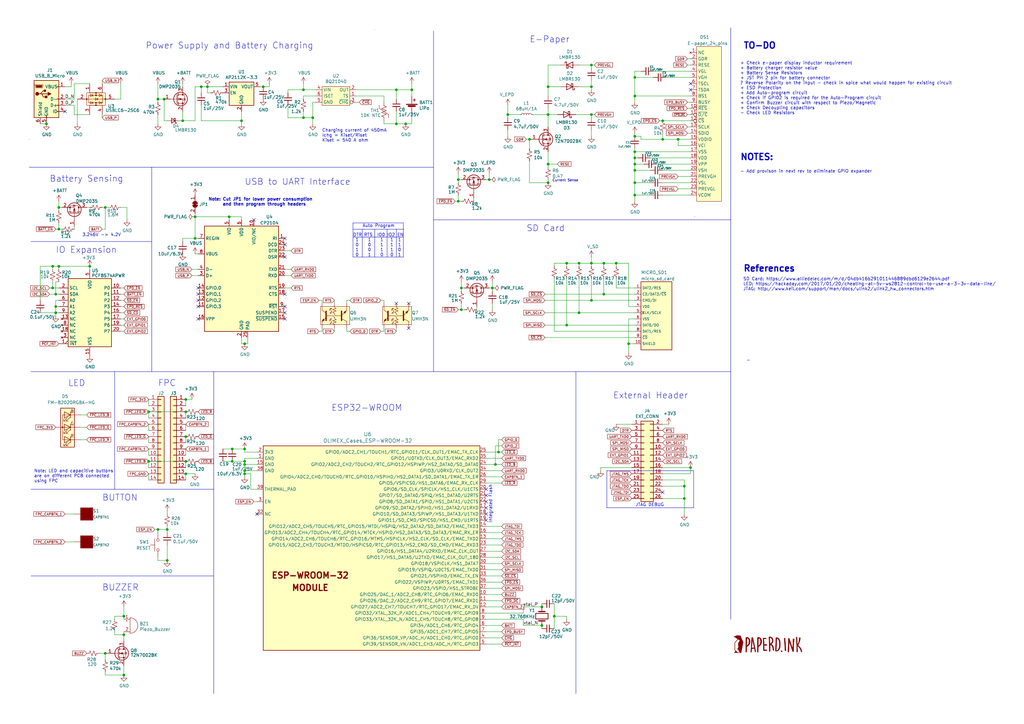
<source format=kicad_sch>
(kicad_sch (version 20200512) (host eeschema "5.99.0-unknown-711fc99~101~ubuntu18.04.1")
  (page 1 1)
  (paper "A3")
  (title_block (title "rev A") (date "2019-09-15") (rev "1") (comment 3 "Rohit Gujarathi") (comment 4 "Designed by"))
  (junction (at 19.05 50.8))
  (junction (at 21.59 109.22))
  (junction (at 21.59 118.11))
  (junction (at 22.86 120.65))
  (junction (at 22.86 125.73))
  (junction (at 22.86 128.27))
  (junction (at 24.13 85.09))
  (junction (at 24.13 93.98))
  (junction (at 24.13 109.22))
  (junction (at 36.83 109.22))
  (junction (at 43.18 85.09))
  (junction (at 43.18 267.97))
  (junction (at 50.8 252.73))
  (junction (at 50.8 260.35))
  (junction (at 50.8 276.86))
  (junction (at 60.96 168.91))
  (junction (at 60.96 189.23))
  (junction (at 64.77 40.64))
  (junction (at 64.77 217.17))
  (junction (at 67.31 40.64))
  (junction (at 68.58 217.17))
  (junction (at 68.58 229.87))
  (junction (at 74.93 49.53))
  (junction (at 76.2 163.83))
  (junction (at 76.2 168.91))
  (junction (at 76.2 179.07))
  (junction (at 76.2 189.23))
  (junction (at 76.2 194.31))
  (junction (at 80.01 88.9))
  (junction (at 80.01 97.79))
  (junction (at 82.55 35.56))
  (junction (at 85.09 35.56))
  (junction (at 93.98 88.9))
  (junction (at 95.25 184.15))
  (junction (at 95.25 189.23))
  (junction (at 99.06 49.53))
  (junction (at 100.33 140.97))
  (junction (at 100.33 184.15))
  (junction (at 100.33 189.23))
  (junction (at 100.33 190.5))
  (junction (at 100.33 193.04))
  (junction (at 100.33 194.31))
  (junction (at 107.95 35.56))
  (junction (at 124.46 36.83))
  (junction (at 124.46 48.26))
  (junction (at 128.27 48.26))
  (junction (at 162.56 36.83))
  (junction (at 162.56 50.8))
  (junction (at 166.37 50.8))
  (junction (at 168.91 36.83))
  (junction (at 187.96 73.66))
  (junction (at 187.96 82.55))
  (junction (at 189.23 118.11))
  (junction (at 189.23 127))
  (junction (at 200.66 73.66))
  (junction (at 201.93 118.11))
  (junction (at 203.2 190.5))
  (junction (at 204.47 185.42))
  (junction (at 208.28 46.99))
  (junction (at 217.17 57.15))
  (junction (at 222.25 248.92))
  (junction (at 222.25 256.54))
  (junction (at 224.79 35.56))
  (junction (at 224.79 46.99))
  (junction (at 224.79 67.31))
  (junction (at 224.79 74.93))
  (junction (at 227.33 252.73))
  (junction (at 232.41 107.95))
  (junction (at 232.41 133.35))
  (junction (at 237.49 107.95))
  (junction (at 237.49 128.27))
  (junction (at 242.57 26.67))
  (junction (at 242.57 35.56))
  (junction (at 242.57 46.99))
  (junction (at 242.57 107.95))
  (junction (at 242.57 123.19))
  (junction (at 247.65 107.95))
  (junction (at 247.65 120.65))
  (junction (at 252.73 107.95))
  (junction (at 257.81 140.97))
  (junction (at 260.35 31.75))
  (junction (at 260.35 39.37))
  (junction (at 260.35 55.88))
  (junction (at 260.35 62.23))
  (junction (at 260.35 64.77))
  (junction (at 260.35 67.31))
  (junction (at 260.35 69.85))
  (junction (at 260.35 74.93))
  (junction (at 260.35 80.01))
  (junction (at 271.78 49.53))
  (junction (at 271.78 57.15))
  (junction (at 278.13 57.15))
  (junction (at 280.67 199.39))
  (junction (at 280.67 204.47))
  (junction (at 283.21 191.77))
  (no_connect (at 81.28 120.65))
  (no_connect (at 116.84 128.27))
  (no_connect (at 81.28 130.81))
  (no_connect (at 199.39 200.66))
  (no_connect (at 162.56 124.46))
  (no_connect (at 104.14 90.17))
  (no_connect (at 271.78 201.93))
  (no_connect (at 167.64 124.46))
  (no_connect (at 116.84 130.81))
  (no_connect (at 116.84 125.73))
  (no_connect (at 199.39 210.82))
  (no_connect (at 81.28 123.19))
  (no_connect (at 199.39 205.74))
  (no_connect (at 116.84 97.79))
  (no_connect (at 199.39 203.2))
  (no_connect (at 105.41 210.82))
  (no_connect (at 81.28 125.73))
  (no_connect (at 199.39 213.36))
  (no_connect (at 26.67 45.72))
  (no_connect (at 116.84 100.33))
  (no_connect (at 283.21 34.29))
  (no_connect (at 283.21 36.83))
  (no_connect (at 116.84 120.65))
  (no_connect (at 116.84 105.41))
  (no_connect (at 81.28 118.11))
  (no_connect (at 199.39 208.28))
  (no_connect (at 167.64 134.62))
  (wire (pts (xy 16.51 50.8) (xy 19.05 50.8)))
  (wire (pts (xy 16.51 109.22) (xy 21.59 109.22)))
  (wire (pts (xy 16.51 123.19) (xy 16.51 109.22)))
  (wire (pts (xy 16.51 128.27) (xy 22.86 128.27)))
  (wire (pts (xy 20.32 118.11) (xy 21.59 118.11)))
  (wire (pts (xy 20.32 120.65) (xy 22.86 120.65)))
  (wire (pts (xy 21.59 109.22) (xy 21.59 110.49)))
  (wire (pts (xy 21.59 115.57) (xy 21.59 118.11)))
  (wire (pts (xy 21.59 118.11) (xy 24.13 118.11)))
  (wire (pts (xy 22.86 93.98) (xy 24.13 93.98)))
  (wire (pts (xy 22.86 115.57) (xy 22.86 120.65)))
  (wire (pts (xy 22.86 120.65) (xy 24.13 120.65)))
  (wire (pts (xy 22.86 123.19) (xy 22.86 125.73)))
  (wire (pts (xy 22.86 125.73) (xy 22.86 128.27)))
  (wire (pts (xy 22.86 125.73) (xy 24.13 125.73)))
  (wire (pts (xy 22.86 128.27) (xy 22.86 129.54)))
  (wire (pts (xy 22.86 128.27) (xy 24.13 128.27)))
  (wire (pts (xy 24.13 85.09) (xy 24.13 82.55)))
  (wire (pts (xy 24.13 86.36) (xy 24.13 85.09)))
  (wire (pts (xy 24.13 91.44) (xy 24.13 93.98)))
  (wire (pts (xy 24.13 93.98) (xy 25.4 93.98)))
  (wire (pts (xy 24.13 109.22) (xy 21.59 109.22)))
  (wire (pts (xy 24.13 109.22) (xy 36.83 109.22)))
  (wire (pts (xy 24.13 110.49) (xy 24.13 109.22)))
  (wire (pts (xy 24.13 115.57) (xy 22.86 115.57)))
  (wire (pts (xy 24.13 123.19) (xy 22.86 123.19)))
  (wire (pts (xy 25.4 85.09) (xy 24.13 85.09)))
  (wire (pts (xy 26.67 35.56) (xy 29.21 35.56)))
  (wire (pts (xy 26.67 40.64) (xy 30.48 40.64)))
  (wire (pts (xy 29.21 35.56) (xy 29.21 34.29)))
  (wire (pts (xy 30.48 34.29) (xy 36.83 34.29)))
  (wire (pts (xy 30.48 40.64) (xy 30.48 34.29)))
  (wire (pts (xy 30.48 43.18) (xy 26.67 43.18)))
  (wire (pts (xy 30.48 46.99) (xy 30.48 43.18)))
  (wire (pts (xy 30.48 93.98) (xy 30.48 92.71)))
  (wire (pts (xy 30.48 210.82) (xy 26.67 210.82)))
  (wire (pts (xy 30.48 222.25) (xy 26.67 222.25)))
  (wire (pts (xy 31.75 40.64) (xy 31.75 50.8)))
  (wire (pts (xy 33.02 180.34) (xy 35.56 180.34)))
  (wire (pts (xy 35.56 85.09) (xy 36.83 85.09)))
  (wire (pts (xy 35.56 170.18) (xy 33.02 170.18)))
  (wire (pts (xy 35.56 175.26) (xy 33.02 175.26)))
  (wire (pts (xy 36.83 46.99) (xy 30.48 46.99)))
  (wire (pts (xy 36.83 110.49) (xy 36.83 109.22)))
  (wire (pts (xy 40.64 267.97) (xy 43.18 267.97)))
  (wire (pts (xy 41.91 34.29) (xy 41.91 33.02)))
  (wire (pts (xy 41.91 48.26) (xy 41.91 46.99)))
  (wire (pts (xy 41.91 85.09) (xy 43.18 85.09)))
  (wire (pts (xy 43.18 85.09) (xy 43.18 93.98)))
  (wire (pts (xy 43.18 85.09) (xy 44.45 85.09)))
  (wire (pts (xy 43.18 93.98) (xy 41.91 93.98)))
  (wire (pts (xy 43.18 267.97) (xy 43.18 270.51)))
  (wire (pts (xy 43.18 275.59) (xy 43.18 276.86)))
  (wire (pts (xy 43.18 276.86) (xy 50.8 276.86)))
  (wire (pts (xy 46.99 40.64) (xy 49.53 40.64)))
  (wire (pts (xy 46.99 252.73) (xy 50.8 252.73)))
  (wire (pts (xy 46.99 254) (xy 46.99 252.73)))
  (wire (pts (xy 46.99 259.08) (xy 46.99 260.35)))
  (wire (pts (xy 46.99 260.35) (xy 50.8 260.35)))
  (wire (pts (xy 49.53 40.64) (xy 49.53 34.29)))
  (wire (pts (xy 49.53 85.09) (xy 52.07 85.09)))
  (wire (pts (xy 49.53 118.11) (xy 50.8 118.11)))
  (wire (pts (xy 49.53 123.19) (xy 50.8 123.19)))
  (wire (pts (xy 49.53 128.27) (xy 50.8 128.27)))
  (wire (pts (xy 49.53 133.35) (xy 50.8 133.35)))
  (wire (pts (xy 50.8 120.65) (xy 49.53 120.65)))
  (wire (pts (xy 50.8 125.73) (xy 49.53 125.73)))
  (wire (pts (xy 50.8 130.81) (xy 49.53 130.81)))
  (wire (pts (xy 50.8 135.89) (xy 49.53 135.89)))
  (wire (pts (xy 50.8 252.73) (xy 50.8 248.92)))
  (wire (pts (xy 50.8 254) (xy 50.8 252.73)))
  (wire (pts (xy 50.8 260.35) (xy 50.8 259.08)))
  (wire (pts (xy 50.8 262.89) (xy 50.8 260.35)))
  (wire (pts (xy 50.8 276.86) (xy 50.8 273.05)))
  (wire (pts (xy 52.07 85.09) (xy 52.07 90.17)))
  (wire (pts (xy 60.96 166.37) (xy 60.96 163.83)))
  (wire (pts (xy 60.96 171.45) (xy 60.96 168.91)))
  (wire (pts (xy 60.96 176.53) (xy 60.96 173.99)))
  (wire (pts (xy 60.96 181.61) (xy 60.96 179.07)))
  (wire (pts (xy 60.96 186.69) (xy 60.96 184.15)))
  (wire (pts (xy 60.96 191.77) (xy 60.96 189.23)))
  (wire (pts (xy 60.96 196.85) (xy 60.96 194.31)))
  (wire (pts (xy 63.5 217.17) (xy 64.77 217.17)))
  (wire (pts (xy 64.77 34.29) (xy 64.77 40.64)))
  (wire (pts (xy 64.77 40.64) (xy 67.31 40.64)))
  (wire (pts (xy 64.77 41.91) (xy 64.77 40.64)))
  (wire (pts (xy 64.77 46.99) (xy 64.77 50.8)))
  (wire (pts (xy 64.77 217.17) (xy 68.58 217.17)))
  (wire (pts (xy 64.77 218.44) (xy 64.77 217.17)))
  (wire (pts (xy 64.77 229.87) (xy 64.77 228.6)))
  (wire (pts (xy 67.31 49.53) (xy 67.31 40.64)))
  (wire (pts (xy 68.58 49.53) (xy 67.31 49.53)))
  (wire (pts (xy 68.58 209.55) (xy 68.58 210.82)))
  (wire (pts (xy 68.58 215.9) (xy 68.58 217.17)))
  (wire (pts (xy 68.58 217.17) (xy 68.58 218.44)))
  (wire (pts (xy 68.58 223.52) (xy 68.58 229.87)))
  (wire (pts (xy 68.58 229.87) (xy 64.77 229.87)))
  (wire (pts (xy 73.66 49.53) (xy 74.93 49.53)))
  (wire (pts (xy 74.93 35.56) (xy 74.93 34.29)))
  (wire (pts (xy 74.93 49.53) (xy 74.93 45.72)))
  (wire (pts (xy 74.93 49.53) (xy 80.01 49.53)))
  (wire (pts (xy 74.93 97.79) (xy 74.93 99.06)))
  (wire (pts (xy 74.93 97.79) (xy 80.01 97.79)))
  (wire (pts (xy 76.2 163.83) (xy 78.74 163.83)))
  (wire (pts (xy 76.2 166.37) (xy 76.2 163.83)))
  (wire (pts (xy 76.2 168.91) (xy 60.96 168.91)))
  (wire (pts (xy 76.2 171.45) (xy 76.2 168.91)))
  (wire (pts (xy 76.2 176.53) (xy 76.2 173.99)))
  (wire (pts (xy 76.2 181.61) (xy 76.2 179.07)))
  (wire (pts (xy 76.2 186.69) (xy 76.2 184.15)))
  (wire (pts (xy 76.2 189.23) (xy 60.96 189.23)))
  (wire (pts (xy 76.2 191.77) (xy 76.2 189.23)))
  (wire (pts (xy 76.2 196.85) (xy 76.2 194.31)))
  (wire (pts (xy 80.01 35.56) (xy 82.55 35.56)))
  (wire (pts (xy 80.01 49.53) (xy 80.01 35.56)))
  (wire (pts (xy 80.01 87.63) (xy 80.01 88.9)))
  (wire (pts (xy 80.01 88.9) (xy 80.01 97.79)))
  (wire (pts (xy 80.01 97.79) (xy 81.28 97.79)))
  (wire (pts (xy 80.01 194.31) (xy 76.2 194.31)))
  (wire (pts (xy 81.28 104.14) (xy 80.01 104.14)))
  (wire (pts (xy 81.28 110.49) (xy 78.74 110.49)))
  (wire (pts (xy 81.28 113.03) (xy 78.74 113.03)))
  (wire (pts (xy 82.55 35.56) (xy 85.09 35.56)))
  (wire (pts (xy 82.55 38.1) (xy 82.55 35.56)))
  (wire (pts (xy 82.55 43.18) (xy 82.55 49.53)))
  (wire (pts (xy 82.55 49.53) (xy 99.06 49.53)))
  (wire (pts (xy 85.09 35.56) (xy 91.44 35.56)))
  (wire (pts (xy 85.09 38.1) (xy 85.09 35.56)))
  (wire (pts (xy 86.36 38.1) (xy 85.09 38.1)))
  (wire (pts (xy 91.44 189.23) (xy 95.25 189.23)))
  (wire (pts (xy 93.98 88.9) (xy 80.01 88.9)))
  (wire (pts (xy 93.98 88.9) (xy 99.06 88.9)))
  (wire (pts (xy 93.98 90.17) (xy 93.98 88.9)))
  (wire (pts (xy 95.25 184.15) (xy 91.44 184.15)))
  (wire (pts (xy 95.25 184.15) (xy 100.33 184.15)))
  (wire (pts (xy 95.25 189.23) (xy 100.33 189.23)))
  (wire (pts (xy 99.06 45.72) (xy 99.06 49.53)))
  (wire (pts (xy 99.06 49.53) (xy 99.06 50.8)))
  (wire (pts (xy 99.06 88.9) (xy 99.06 90.17)))
  (wire (pts (xy 99.06 138.43) (xy 99.06 140.97)))
  (wire (pts (xy 99.06 140.97) (xy 100.33 140.97)))
  (wire (pts (xy 100.33 140.97) (xy 101.6 140.97)))
  (wire (pts (xy 100.33 185.42) (xy 100.33 184.15)))
  (wire (pts (xy 100.33 187.96) (xy 100.33 189.23)))
  (wire (pts (xy 100.33 189.23) (xy 100.33 190.5)))
  (wire (pts (xy 100.33 190.5) (xy 100.33 193.04)))
  (wire (pts (xy 100.33 193.04) (xy 100.33 194.31)))
  (wire (pts (xy 100.33 194.31) (xy 100.33 195.58)))
  (wire (pts (xy 101.6 140.97) (xy 101.6 138.43)))
  (wire (pts (xy 102.87 194.31) (xy 100.33 194.31)))
  (wire (pts (xy 102.87 200.66) (xy 102.87 194.31)))
  (wire (pts (xy 105.41 185.42) (xy 100.33 185.42)))
  (wire (pts (xy 105.41 187.96) (xy 100.33 187.96)))
  (wire (pts (xy 105.41 190.5) (xy 100.33 190.5)))
  (wire (pts (xy 105.41 193.04) (xy 100.33 193.04)))
  (wire (pts (xy 105.41 200.66) (xy 102.87 200.66)))
  (wire (pts (xy 105.41 205.74) (xy 104.14 205.74)))
  (wire (pts (xy 106.68 35.56) (xy 107.95 35.56)))
  (wire (pts (xy 107.95 35.56) (xy 110.49 35.56)))
  (wire (pts (xy 110.49 35.56) (xy 110.49 34.29)))
  (wire (pts (xy 116.84 102.87) (xy 119.38 102.87)))
  (wire (pts (xy 116.84 110.49) (xy 119.38 110.49)))
  (wire (pts (xy 116.84 113.03) (xy 119.38 113.03)))
  (wire (pts (xy 116.84 118.11) (xy 119.38 118.11)))
  (wire (pts (xy 118.11 38.1) (xy 118.11 36.83)))
  (wire (pts (xy 118.11 43.18) (xy 118.11 48.26)))
  (wire (pts (xy 118.11 48.26) (xy 124.46 48.26)))
  (wire (pts (xy 124.46 36.83) (xy 118.11 36.83)))
  (wire (pts (xy 124.46 36.83) (xy 124.46 34.29)))
  (wire (pts (xy 124.46 39.37) (xy 129.54 39.37)))
  (wire (pts (xy 124.46 40.64) (xy 124.46 39.37)))
  (wire (pts (xy 124.46 45.72) (xy 124.46 48.26)))
  (wire (pts (xy 124.46 48.26) (xy 128.27 48.26)))
  (wire (pts (xy 128.27 41.91) (xy 128.27 48.26)))
  (wire (pts (xy 128.27 50.8) (xy 128.27 48.26)))
  (wire (pts (xy 129.54 36.83) (xy 124.46 36.83)))
  (wire (pts (xy 129.54 41.91) (xy 128.27 41.91)))
  (wire (pts (xy 132.08 123.19) (xy 130.81 123.19)))
  (wire (pts (xy 132.08 124.46) (xy 132.08 123.19)))
  (wire (pts (xy 132.08 134.62) (xy 132.08 135.89)))
  (wire (pts (xy 132.08 135.89) (xy 130.81 135.89)))
  (wire (pts (xy 137.16 124.46) (xy 137.16 123.19)))
  (wire (pts (xy 137.16 135.89) (xy 137.16 134.62)))
  (wire (pts (xy 142.24 123.19) (xy 143.51 123.19)))
  (wire (pts (xy 142.24 124.46) (xy 142.24 123.19)))
  (wire (pts (xy 142.24 134.62) (xy 142.24 135.89)))
  (wire (pts (xy 142.24 135.89) (xy 143.51 135.89)))
  (wire (pts (xy 146.05 36.83) (xy 162.56 36.83)))
  (wire (pts (xy 146.05 39.37) (xy 157.48 39.37)))
  (wire (pts (xy 146.05 41.91) (xy 147.32 41.91)))
  (wire (pts (xy 157.48 39.37) (xy 157.48 41.91)))
  (wire (pts (xy 157.48 49.53) (xy 157.48 50.8)))
  (wire (pts (xy 157.48 50.8) (xy 162.56 50.8)))
  (wire (pts (xy 157.48 123.19) (xy 156.21 123.19)))
  (wire (pts (xy 157.48 124.46) (xy 157.48 123.19)))
  (wire (pts (xy 157.48 134.62) (xy 157.48 135.89)))
  (wire (pts (xy 157.48 135.89) (xy 156.21 135.89)))
  (wire (pts (xy 162.56 36.83) (xy 168.91 36.83)))
  (wire (pts (xy 162.56 40.64) (xy 162.56 36.83)))
  (wire (pts (xy 162.56 45.72) (xy 162.56 50.8)))
  (wire (pts (xy 162.56 50.8) (xy 166.37 50.8)))
  (wire (pts (xy 162.56 135.89) (xy 162.56 134.62)))
  (wire (pts (xy 166.37 50.8) (xy 168.91 50.8)))
  (wire (pts (xy 168.91 34.29) (xy 168.91 36.83)))
  (wire (pts (xy 168.91 39.37) (xy 168.91 36.83)))
  (wire (pts (xy 168.91 50.8) (xy 168.91 46.99)))
  (wire (pts (xy 186.69 82.55) (xy 187.96 82.55)))
  (wire (pts (xy 187.96 73.66) (xy 187.96 71.12)))
  (wire (pts (xy 187.96 74.93) (xy 187.96 73.66)))
  (wire (pts (xy 187.96 80.01) (xy 187.96 82.55)))
  (wire (pts (xy 187.96 82.55) (xy 189.23 82.55)))
  (wire (pts (xy 187.96 127) (xy 189.23 127)))
  (wire (pts (xy 189.23 73.66) (xy 187.96 73.66)))
  (wire (pts (xy 189.23 118.11) (xy 189.23 115.57)))
  (wire (pts (xy 189.23 119.38) (xy 189.23 118.11)))
  (wire (pts (xy 189.23 124.46) (xy 189.23 127)))
  (wire (pts (xy 189.23 127) (xy 190.5 127)))
  (wire (pts (xy 190.5 118.11) (xy 189.23 118.11)))
  (wire (pts (xy 194.31 82.55) (xy 194.31 81.28)))
  (wire (pts (xy 195.58 127) (xy 195.58 125.73)))
  (wire (pts (xy 199.39 73.66) (xy 200.66 73.66)))
  (wire (pts (xy 199.39 185.42) (xy 204.47 185.42)))
  (wire (pts (xy 199.39 187.96) (xy 205.74 187.96)))
  (wire (pts (xy 199.39 190.5) (xy 203.2 190.5)))
  (wire (pts (xy 199.39 193.04) (xy 205.74 193.04)))
  (wire (pts (xy 199.39 195.58) (xy 205.74 195.58)))
  (wire (pts (xy 199.39 215.9) (xy 205.74 215.9)))
  (wire (pts (xy 199.39 218.44) (xy 205.74 218.44)))
  (wire (pts (xy 199.39 223.52) (xy 205.74 223.52)))
  (wire (pts (xy 199.39 228.6) (xy 205.74 228.6)))
  (wire (pts (xy 199.39 233.68) (xy 205.74 233.68)))
  (wire (pts (xy 199.39 236.22) (xy 205.74 236.22)))
  (wire (pts (xy 199.39 238.76) (xy 205.74 238.76)))
  (wire (pts (xy 199.39 243.84) (xy 205.74 243.84)))
  (wire (pts (xy 199.39 248.92) (xy 205.74 248.92)))
  (wire (pts (xy 199.39 251.46) (xy 214.63 251.46)))
  (wire (pts (xy 199.39 254) (xy 214.63 254)))
  (wire (pts (xy 199.39 256.54) (xy 205.74 256.54)))
  (wire (pts (xy 199.39 261.62) (xy 205.74 261.62)))
  (wire (pts (xy 200.66 71.12) (xy 200.66 73.66)))
  (wire (pts (xy 200.66 118.11) (xy 201.93 118.11)))
  (wire (pts (xy 201.93 115.57) (xy 201.93 118.11)))
  (wire (pts (xy 201.93 119.38) (xy 201.93 118.11)))
  (wire (pts (xy 201.93 124.46) (xy 201.93 127)))
  (wire (pts (xy 203.2 182.88) (xy 205.74 182.88)))
  (wire (pts (xy 203.2 190.5) (xy 203.2 182.88)))
  (wire (pts (xy 203.2 190.5) (xy 205.74 190.5)))
  (wire (pts (xy 204.47 180.34) (xy 205.74 180.34)))
  (wire (pts (xy 204.47 185.42) (xy 204.47 180.34)))
  (wire (pts (xy 204.47 185.42) (xy 205.74 185.42)))
  (wire (pts (xy 205.74 198.12) (xy 199.39 198.12)))
  (wire (pts (xy 205.74 220.98) (xy 199.39 220.98)))
  (wire (pts (xy 205.74 226.06) (xy 199.39 226.06)))
  (wire (pts (xy 205.74 231.14) (xy 199.39 231.14)))
  (wire (pts (xy 205.74 241.3) (xy 199.39 241.3)))
  (wire (pts (xy 205.74 246.38) (xy 199.39 246.38)))
  (wire (pts (xy 205.74 259.08) (xy 199.39 259.08)))
  (wire (pts (xy 205.74 264.16) (xy 199.39 264.16)))
  (wire (pts (xy 208.28 46.99) (xy 208.28 43.18)))
  (wire (pts (xy 208.28 46.99) (xy 213.36 46.99)))
  (wire (pts (xy 208.28 48.26) (xy 208.28 46.99)))
  (wire (pts (xy 208.28 53.34) (xy 208.28 55.88)))
  (wire (pts (xy 214.63 251.46) (xy 214.63 248.92)))
  (wire (pts (xy 214.63 254) (xy 214.63 256.54)))
  (wire (pts (xy 214.63 256.54) (xy 222.25 256.54)))
  (wire (pts (xy 215.9 57.15) (xy 217.17 57.15)))
  (wire (pts (xy 217.17 60.96) (xy 217.17 57.15)))
  (wire (pts (xy 217.17 66.04) (xy 217.17 74.93)))
  (wire (pts (xy 217.17 74.93) (xy 224.79 74.93)))
  (wire (pts (xy 218.44 46.99) (xy 224.79 46.99)))
  (wire (pts (xy 222.25 248.92) (xy 214.63 248.92)))
  (wire (pts (xy 222.25 248.92) (xy 222.25 247.65)))
  (wire (pts (xy 222.25 257.81) (xy 222.25 256.54)))
  (wire (pts (xy 223.52 120.65) (xy 247.65 120.65)))
  (wire (pts (xy 223.52 123.19) (xy 242.57 123.19)))
  (wire (pts (xy 223.52 128.27) (xy 237.49 128.27)))
  (wire (pts (xy 223.52 133.35) (xy 232.41 133.35)))
  (wire (pts (xy 224.79 26.67) (xy 229.87 26.67)))
  (wire (pts (xy 224.79 35.56) (xy 224.79 26.67)))
  (wire (pts (xy 224.79 35.56) (xy 229.87 35.56)))
  (wire (pts (xy 224.79 39.37) (xy 224.79 35.56)))
  (wire (pts (xy 224.79 46.99) (xy 224.79 44.45)))
  (wire (pts (xy 224.79 46.99) (xy 228.6 46.99)))
  (wire (pts (xy 224.79 52.07) (xy 224.79 46.99)))
  (wire (pts (xy 224.79 62.23) (xy 224.79 67.31)))
  (wire (pts (xy 224.79 67.31) (xy 224.79 68.58)))
  (wire (pts (xy 224.79 73.66) (xy 224.79 74.93)))
  (wire (pts (xy 227.33 107.95) (xy 227.33 109.22)))
  (wire (pts (xy 227.33 107.95) (xy 232.41 107.95)))
  (wire (pts (xy 227.33 114.3) (xy 227.33 135.89)))
  (wire (pts (xy 227.33 135.89) (xy 260.35 135.89)))
  (wire (pts (xy 227.33 247.65) (xy 227.33 252.73)))
  (wire (pts (xy 227.33 252.73) (xy 227.33 257.81)))
  (wire (pts (xy 228.6 67.31) (xy 224.79 67.31)))
  (wire (pts (xy 232.41 107.95) (xy 237.49 107.95)))
  (wire (pts (xy 232.41 109.22) (xy 232.41 107.95)))
  (wire (pts (xy 232.41 114.3) (xy 232.41 133.35)))
  (wire (pts (xy 232.41 133.35) (xy 260.35 133.35)))
  (wire (pts (xy 232.41 252.73) (xy 227.33 252.73)))
  (wire (pts (xy 232.41 254) (xy 232.41 252.73)))
  (wire (pts (xy 236.22 46.99) (xy 242.57 46.99)))
  (wire (pts (xy 237.49 26.67) (xy 242.57 26.67)))
  (wire (pts (xy 237.49 35.56) (xy 242.57 35.56)))
  (wire (pts (xy 237.49 107.95) (xy 242.57 107.95)))
  (wire (pts (xy 237.49 109.22) (xy 237.49 107.95)))
  (wire (pts (xy 237.49 114.3) (xy 237.49 128.27)))
  (wire (pts (xy 237.49 128.27) (xy 260.35 128.27)))
  (wire (pts (xy 242.57 26.67) (xy 243.84 26.67)))
  (wire (pts (xy 242.57 27.94) (xy 242.57 26.67)))
  (wire (pts (xy 242.57 33.02) (xy 242.57 35.56)))
  (wire (pts (xy 242.57 35.56) (xy 242.57 36.83)))
  (wire (pts (xy 242.57 46.99) (xy 243.84 46.99)))
  (wire (pts (xy 242.57 48.26) (xy 242.57 46.99)))
  (wire (pts (xy 242.57 53.34) (xy 242.57 55.88)))
  (wire (pts (xy 242.57 107.95) (xy 242.57 105.41)))
  (wire (pts (xy 242.57 107.95) (xy 247.65 107.95)))
  (wire (pts (xy 242.57 109.22) (xy 242.57 107.95)))
  (wire (pts (xy 242.57 114.3) (xy 242.57 123.19)))
  (wire (pts (xy 242.57 123.19) (xy 260.35 123.19)))
  (wire (pts (xy 246.38 191.77) (xy 259.08 191.77)))
  (wire (pts (xy 246.38 193.04) (xy 246.38 191.77)))
  (wire (pts (xy 247.65 107.95) (xy 252.73 107.95)))
  (wire (pts (xy 247.65 109.22) (xy 247.65 107.95)))
  (wire (pts (xy 247.65 114.3) (xy 247.65 120.65)))
  (wire (pts (xy 247.65 120.65) (xy 260.35 120.65)))
  (wire (pts (xy 252.73 107.95) (xy 257.81 107.95)))
  (wire (pts (xy 252.73 109.22) (xy 252.73 107.95)))
  (wire (pts (xy 252.73 114.3) (xy 252.73 118.11)))
  (wire (pts (xy 257.81 125.73) (xy 257.81 107.95)))
  (wire (pts (xy 257.81 130.81) (xy 257.81 140.97)))
  (wire (pts (xy 257.81 140.97) (xy 257.81 144.78)))
  (wire (pts (xy 259.08 173.99) (xy 252.73 173.99)))
  (wire (pts (xy 260.35 29.21) (xy 262.89 29.21)))
  (wire (pts (xy 260.35 31.75) (xy 260.35 29.21)))
  (wire (pts (xy 260.35 31.75) (xy 260.35 39.37)))
  (wire (pts (xy 260.35 39.37) (xy 260.35 41.91)))
  (wire (pts (xy 260.35 39.37) (xy 283.21 39.37)))
  (wire (pts (xy 260.35 54.61) (xy 260.35 55.88)))
  (wire (pts (xy 260.35 60.96) (xy 260.35 62.23)))
  (wire (pts (xy 260.35 62.23) (xy 260.35 64.77)))
  (wire (pts (xy 260.35 62.23) (xy 283.21 62.23)))
  (wire (pts (xy 260.35 64.77) (xy 260.35 67.31)))
  (wire (pts (xy 260.35 67.31) (xy 260.35 69.85)))
  (wire (pts (xy 260.35 69.85) (xy 260.35 74.93)))
  (wire (pts (xy 260.35 74.93) (xy 260.35 80.01)))
  (wire (pts (xy 260.35 80.01) (xy 260.35 82.55)))
  (wire (pts (xy 260.35 118.11) (xy 252.73 118.11)))
  (wire (pts (xy 260.35 125.73) (xy 257.81 125.73)))
  (wire (pts (xy 260.35 130.81) (xy 257.81 130.81)))
  (wire (pts (xy 260.35 138.43) (xy 223.52 138.43)))
  (wire (pts (xy 260.35 140.97) (xy 257.81 140.97)))
  (wire (pts (xy 261.62 64.77) (xy 260.35 64.77)))
  (wire (pts (xy 262.89 55.88) (xy 260.35 55.88)))
  (wire (pts (xy 262.89 57.15) (xy 262.89 55.88)))
  (wire (pts (xy 264.16 67.31) (xy 260.35 67.31)))
  (wire (pts (xy 266.7 64.77) (xy 283.21 64.77)))
  (wire (pts (xy 266.7 69.85) (xy 260.35 69.85)))
  (wire (pts (xy 266.7 74.93) (xy 260.35 74.93)))
  (wire (pts (xy 266.7 80.01) (xy 260.35 80.01)))
  (wire (pts (xy 267.97 29.21) (xy 283.21 29.21)))
  (wire (pts (xy 267.97 31.75) (xy 260.35 31.75)))
  (wire (pts (xy 269.24 67.31) (xy 283.21 67.31)))
  (wire (pts (xy 270.51 49.53) (xy 271.78 49.53)))
  (wire (pts (xy 271.78 49.53) (xy 283.21 49.53)))
  (wire (pts (xy 271.78 54.61) (xy 271.78 57.15)))
  (wire (pts (xy 271.78 57.15) (xy 262.89 57.15)))
  (wire (pts (xy 271.78 69.85) (xy 283.21 69.85)))
  (wire (pts (xy 271.78 74.93) (xy 283.21 74.93)))
  (wire (pts (xy 271.78 80.01) (xy 283.21 80.01)))
  (wire (pts (xy 271.78 191.77) (xy 283.21 191.77)))
  (wire (pts (xy 271.78 194.31) (xy 283.21 194.31)))
  (wire (pts (xy 271.78 196.85) (xy 280.67 196.85)))
  (wire (pts (xy 271.78 199.39) (xy 280.67 199.39)))
  (wire (pts (xy 271.78 204.47) (xy 280.67 204.47)))
  (wire (pts (xy 273.05 31.75) (xy 283.21 31.75)))
  (wire (pts (xy 274.32 173.99) (xy 271.78 173.99)))
  (wire (pts (xy 278.13 57.15) (xy 271.78 57.15)))
  (wire (pts (xy 278.13 57.15) (xy 283.21 57.15)))
  (wire (pts (xy 278.13 59.69) (xy 278.13 57.15)))
  (wire (pts (xy 278.13 59.69) (xy 283.21 59.69)))
  (wire (pts (xy 278.13 72.39) (xy 283.21 72.39)))
  (wire (pts (xy 278.13 77.47) (xy 283.21 77.47)))
  (wire (pts (xy 280.67 196.85) (xy 280.67 199.39)))
  (wire (pts (xy 280.67 199.39) (xy 280.67 204.47)))
  (wire (pts (xy 280.67 204.47) (xy 280.67 210.82)))
  (wire (pts (xy 281.94 24.13) (xy 283.21 24.13)))
  (wire (pts (xy 281.94 52.07) (xy 283.21 52.07)))
  (wire (pts (xy 283.21 26.67) (xy 281.94 26.67)))
  (wire (pts (xy 283.21 41.91) (xy 281.94 41.91)))
  (wire (pts (xy 283.21 44.45) (xy 281.94 44.45)))
  (wire (pts (xy 283.21 46.99) (xy 281.94 46.99)))
  (wire (pts (xy 283.21 54.61) (xy 281.94 54.61)))
  (wire (pts (xy 283.21 191.77) (xy 283.21 194.31)))
  (polyline (pts (xy 12.0142 57.15) (xy 12.0142 57.2008)))
  (polyline (pts (xy 12.0142 68.58) (xy 177.8 68.58)))
  (polyline (pts (xy 12.7 152.4) (xy 299.72 152.4)))
  (polyline (pts (xy 46.99 152.4) (xy 46.99 200.66)))
  (polyline (pts (xy 62.23 68.58) (xy 62.23 152.4)))
  (polyline (pts (xy 62.23 99.06) (xy 12.7 99.06)))
  (polyline (pts (xy 87.63 200.66) (xy 12.7 200.66)))
  (polyline (pts (xy 87.63 236.22) (xy 12.7 236.22)))
  (polyline (pts (xy 87.63 284.48) (xy 87.63 152.4)))
  (polyline (pts (xy 144.78 91.44) (xy 144.78 105.41)))
  (polyline (pts (xy 144.78 91.44) (xy 165.4556 91.44)))
  (polyline (pts (xy 144.78 93.98) (xy 165.5318 93.98)))
  (polyline (pts (xy 144.78 105.41) (xy 165.4556 105.41)))
  (polyline (pts (xy 144.8308 97.2312) (xy 165.5318 97.2312)))
  (polyline (pts (xy 148.59 93.98) (xy 148.59 105.41)))
  (polyline (pts (xy 153.67 93.98) (xy 153.67 105.41)))
  (polyline (pts (xy 153.6954 12.0904) (xy 153.67 12.0904)))
  (polyline (pts (xy 158.75 93.98) (xy 158.75 105.41)))
  (polyline (pts (xy 162.306 94.0054) (xy 162.5854 94.0054)))
  (polyline (pts (xy 162.5854 94.0054) (xy 162.5854 105.41)))
  (polyline (pts (xy 165.4556 91.44) (xy 165.4556 105.41)))
  (polyline (pts (xy 165.5318 93.98) (xy 165.5318 94.0562)))
  (polyline (pts (xy 177.8 12.7) (xy 177.8 152.4)))
  (polyline (pts (xy 177.8 90.17) (xy 299.72 90.17)))
  (polyline (pts (xy 236.22 152.4) (xy 236.22 284.48)))
  (polyline (pts (xy 248.92 193.04) (xy 284.48 193.04)))
  (polyline (pts (xy 248.92 208.28) (xy 248.92 193.04)))
  (polyline (pts (xy 284.48 193.04) (xy 284.48 208.28)))
  (polyline (pts (xy 284.48 208.28) (xy 248.92 208.28)))
  (polyline (pts (xy 284.9372 88.8492) (xy 284.9118 88.8492)))
  (polyline (pts (xy 284.9372 88.9) (xy 284.9372 88.8492)))
  (polyline (pts (xy 299.72 254) (xy 299.72 11.43)))
  (text "Note: LED and capacitive buttons \nare on different PCB connected \nusing FPC" (at 13.97 198.12 0) (effects (font (size 1.27 1.27)) (justify left bottom)))
  (text "Battery Sensing" (at 20.32 74.93 0) (effects (font (size 2.54 2.54)) (justify left bottom)))
  (text "IO Expansion" (at 22.86 104.14 0) (effects (font (size 2.54 2.54)) (justify left bottom)))
  (text "LED" (at 27.94 158.75 0) (effects (font (size 2.54 2.54)) (justify left bottom)))
  (text "3.246V -> 4.2V" (at 33.7058 97.1804 0) (effects (font (size 1.27 1.27)) (justify left bottom)))
  (text "BUTTON" (at 41.91 205.74 0) (effects (font (size 2.54 2.54)) (justify left bottom)))
  (text "BUZZER" (at 41.91 242.57 0) (effects (font (size 2.54 2.54)) (justify left bottom)))
  (text "Power Supply and Battery Charging" (at 59.69 20.32 0) (effects (font (size 2.54 2.54)) (justify left bottom)))
  (text "FPC" (at 64.77 158.75 0) (effects (font (size 2.54 2.54)) (justify left bottom)))
  (text "Note: Cut JP1 for lower power consumption\n      and then program through headers" (at 85.4202 84.6328 0) (effects (font (size 1.27 1.27) (thickness 0.254) bold) (justify left bottom)))
  (text "USB to UART Interface" (at 100.33 76.2 0) (effects (font (size 2.54 2.54)) (justify left bottom)))
  (text "Charging current of 450mA\nIchg = Kiset/Riset\nKiset = 540 A ohm" (at 132.08 58.42 0) (effects (font (size 1.27 1.27)) (justify left bottom)))
  (text "ESP32-WROOM" (at 135.89 168.91 0) (effects (font (size 2.54 2.54)) (justify left bottom)))
  (text "DTR RTS  IO0 IO2 EN\n 1    1    1   1  1\n 0    0    1   1  1\n 1    0    1   1  0\n 0    1    0   0  1" (at 144.78 105.41 0) (effects (font (size 1.27 1.27)) (justify left bottom)))
  (text "Auto Program" (at 148.6408 93.472 0) (effects (font (size 1.27 1.27)) (justify left bottom)))
  (text "Integrated Flash" (at 201.93 214.63 90) (effects (font (size 1.27 1.27)) (justify left bottom)))
  (text "SD Card" (at 215.9 95.25 0) (effects (font (size 2.54 2.54)) (justify left bottom)))
  (text "E-Paper" (at 217.17 17.78 0) (effects (font (size 2.54 2.54)) (justify left bottom)))
  (text "Current Sense" (at 226.5172 74.676 0) (effects (font (size 0.9906 0.9906)) (justify left bottom)))
  (text "External Header" (at 251.46 163.83 0) (effects (font (size 2.54 2.54)) (justify left bottom)))
  (text "JTAG DEBUG" (at 260.5786 207.9244 0) (effects (font (size 1.27 1.27)) (justify left bottom)))
  (text "NOTES:" (at 303.53 66.04 0) (effects (font (size 2.54 2.54) (thickness 0.508) bold) (justify left bottom)))
  (text "- Add provison in next rev to eliminate GPIO expander" (at 303.53 71.12 0) (effects (font (size 1.27 1.27)) (justify left bottom)))
  (text "+ Check e-paper display inductor requirement\n+ Battery charger resistor value\n+ Battery Sense Resistors\n+ JST PH 2 pin for battery connector\n? Reverse Polarity on the input - check in spice what would happen for existing circuit\n+ ESD Protection\n+ Add Auto-program circuit\n+ Check if GPIO2 is required for the Auto-Program circuit\n+ Confirm Buzzer circuit with respect to Piezo/Magnetic\n+ Check Decoupling capacitors\n- Check LED Resistors\n\n\n\n\n\n\n\n\n\n\n\n\n\n\n\n\n\n\n\n\n\n\n\n\n\n\n" (at 303.53 100.33 0) (effects (font (size 1.27 1.27)) (justify left bottom)))
  (text "TO-DO" (at 304.8 20.32 0) (effects (font (size 2.54 2.54) (thickness 0.508) bold) (justify left bottom)))
  (text "References" (at 304.8 111.76 0) (effects (font (size 2.54 2.54) (thickness 0.508) bold) (justify left bottom)))
  (text "SD Card: https://www.alliedelec.com/m/d/04db416b291011446889dbd6129e2644.pdf\nLED: https://hackaday.com/2017/01/20/cheating-at-5v-ws2812-control-to-use-a-3-3v-data-line/\nJTAG: http://www.keil.com/support/man/docs/ulink2/ulink2_hw_connectors.htm\n" (at 304.8 119.38 0) (effects (font (size 1.27 1.27)) (justify left bottom)))
  (text "-" (at 306.07 148.59 0) (effects (font (size 1.27 1.27)) (justify left bottom)))
  (label "D_N" (at 26.67 40.64 0))
  (label "D_P" (at 26.67 43.18 0))
  (label "xtal_P" (at 214.63 248.92 0))
  (label "xtal_N" (at 214.63 256.54 0))
  (global_label "I2C_SCL" (shape input) (at 20.32 118.11 180) (effects (font (size 0.9906 0.9906))))
  (global_label "I2C_SDA" (shape input) (at 20.32 120.65 180) (effects (font (size 0.9906 0.9906))))
  (global_label "~BATT_EN" (shape input) (at 22.86 93.98 180) (effects (font (size 0.9906 0.9906))))
  (global_label "FPC_3V3" (shape input) (at 22.86 175.26 180) (effects (font (size 0.9906 0.9906))))
  (global_label "~PCF_INT" (shape input) (at 24.13 140.97 180) (effects (font (size 0.9906 0.9906))))
  (global_label "FPC_CAPBTN_1" (shape input) (at 26.67 210.82 180) (effects (font (size 0.9906 0.9906))))
  (global_label "FPC_CAPBTN_2" (shape input) (at 26.67 222.25 180) (effects (font (size 0.9906 0.9906))))
  (global_label "~FPC_LED_B" (shape input) (at 35.56 170.18 0) (effects (font (size 0.9906 0.9906))))
  (global_label "~FPC_LED_G" (shape input) (at 35.56 175.26 0) (effects (font (size 0.9906 0.9906))))
  (global_label "~FPC_LED_R" (shape input) (at 35.56 180.34 0) (effects (font (size 0.9906 0.9906))))
  (global_label "BUZZ" (shape input) (at 35.56 267.97 180) (effects (font (size 0.9906 0.9906))))
  (global_label "USB_N" (shape input) (at 41.91 33.02 0) (effects (font (size 0.9906 0.9906))))
  (global_label "USB_P" (shape input) (at 41.91 48.26 0) (effects (font (size 0.9906 0.9906))))
  (global_label "BATT" (shape input) (at 41.91 93.98 180) (effects (font (size 0.9906 0.9906))))
  (global_label "~EPD_EN" (shape input) (at 50.8 118.11 0) (effects (font (size 0.9906 0.9906))))
  (global_label "~BATT_EN" (shape input) (at 50.8 120.65 0) (effects (font (size 0.9906 0.9906))))
  (global_label "~SD_EN" (shape input) (at 50.8 123.19 0) (effects (font (size 0.9906 0.9906))))
  (global_label "~EPD_RES" (shape input) (at 50.8 125.73 0) (effects (font (size 0.9906 0.9906))))
  (global_label "~SD_CD" (shape input) (at 50.8 128.27 0) (effects (font (size 0.9906 0.9906))))
  (global_label "EXT_GPIO0" (shape input) (at 50.8 130.81 0) (effects (font (size 0.9906 0.9906))))
  (global_label "EXT_GPIO1" (shape input) (at 50.8 133.35 0) (effects (font (size 0.9906 0.9906))))
  (global_label "EXT_GPIO2" (shape input) (at 50.8 135.89 0) (effects (font (size 0.9906 0.9906))))
  (global_label "FPC_3V3" (shape input) (at 60.96 163.83 180) (effects (font (size 0.9906 0.9906))))
  (global_label "~FPC_LED_R" (shape input) (at 60.96 168.91 180) (effects (font (size 0.9906 0.9906))))
  (global_label "FPC_CAPBTN_2" (shape input) (at 60.96 173.99 180) (effects (font (size 0.9906 0.9906))))
  (global_label "~FPC_LED_G" (shape input) (at 60.96 179.07 180) (effects (font (size 0.9906 0.9906))))
  (global_label "FPC_CAPBTN_1" (shape input) (at 60.96 184.15 180) (effects (font (size 0.9906 0.9906))))
  (global_label "~FPC_LED_B" (shape input) (at 60.96 189.23 180) (effects (font (size 0.9906 0.9906))))
  (global_label "FPC_GND" (shape input) (at 60.96 194.31 180) (effects (font (size 0.9906 0.9906))))
  (global_label "ESP_EN" (shape input) (at 63.5 217.17 180) (effects (font (size 0.9906 0.9906))))
  (global_label "CAPBTN_2" (shape input) (at 76.2 173.99 0) (effects (font (size 0.9906 0.9906))))
  (global_label "CAPBTN_1" (shape input) (at 76.2 184.15 0) (effects (font (size 0.9906 0.9906))))
  (global_label "USB_N" (shape input) (at 78.74 110.49 180) (effects (font (size 0.9906 0.9906))))
  (global_label "USB_P" (shape input) (at 78.74 113.03 180) (effects (font (size 0.9906 0.9906))))
  (global_label "~LED_R" (shape input) (at 81.28 168.91 0) (effects (font (size 0.9906 0.9906))))
  (global_label "~LED_G" (shape input) (at 81.28 179.07 0) (effects (font (size 0.9906 0.9906))))
  (global_label "~LED_B" (shape input) (at 81.28 189.23 0) (effects (font (size 0.9906 0.9906))))
  (global_label "ESP_EN" (shape input) (at 104.14 205.74 180) (effects (font (size 0.9906 0.9906))))
  (global_label "DTR" (shape input) (at 119.38 102.87 0) (effects (font (size 0.9906 0.9906))))
  (global_label "UART_RXD0" (shape input) (at 119.38 110.49 0) (effects (font (size 0.9906 0.9906))))
  (global_label "UART_TXD0" (shape input) (at 119.38 113.03 0) (effects (font (size 0.9906 0.9906))))
  (global_label "RTS" (shape input) (at 119.38 118.11 0) (effects (font (size 0.9906 0.9906))))
  (global_label "ESP_EN" (shape input) (at 130.81 123.19 180) (effects (font (size 0.9906 0.9906))))
  (global_label "RTS" (shape input) (at 130.81 135.89 180) (effects (font (size 0.9906 0.9906))))
  (global_label "RTS" (shape input) (at 137.16 123.19 180) (effects (font (size 0.9906 0.9906))))
  (global_label "DTR" (shape input) (at 137.16 135.89 180) (effects (font (size 0.9906 0.9906))))
  (global_label "DTR" (shape input) (at 143.51 123.19 0) (effects (font (size 0.9906 0.9906))))
  (global_label "GPIO_0" (shape input) (at 143.51 135.89 0) (effects (font (size 0.9906 0.9906))))
  (global_label "~CHG" (shape input) (at 147.32 41.91 0) (effects (font (size 0.9906 0.9906))))
  (global_label "GPIO_2" (shape input) (at 156.21 123.19 180) (effects (font (size 0.9906 0.9906))))
  (global_label "DTR" (shape input) (at 156.21 135.89 180) (effects (font (size 0.9906 0.9906))))
  (global_label "RTS" (shape input) (at 162.56 135.89 180) (effects (font (size 0.9906 0.9906))))
  (global_label "~EPD_EN" (shape input) (at 186.69 82.55 180) (effects (font (size 0.9906 0.9906))))
  (global_label "~SD_EN" (shape input) (at 187.96 127 180) (effects (font (size 0.9906 0.9906))))
  (global_label "GPIO_0" (shape input) (at 205.74 180.34 0) (effects (font (size 0.9906 0.9906))))
  (global_label "GPIO_2" (shape input) (at 205.74 182.88 0) (effects (font (size 0.9906 0.9906))))
  (global_label "~LED_G" (shape input) (at 205.74 185.42 0) (effects (font (size 0.9906 0.9906))))
  (global_label "UART_TXD0" (shape input) (at 205.74 187.96 0) (effects (font (size 0.9906 0.9906))))
  (global_label "~LED_B" (shape input) (at 205.74 190.5 0) (effects (font (size 0.9906 0.9906))))
  (global_label "UART_RXD0" (shape input) (at 205.74 193.04 0) (effects (font (size 0.9906 0.9906))))
  (global_label "CAPBTN_1" (shape input) (at 205.74 195.58 0) (effects (font (size 0.9906 0.9906))))
  (global_label "~LED_R" (shape input) (at 205.74 198.12 0) (effects (font (size 0.9906 0.9906))))
  (global_label "JTAG_TDI" (shape input) (at 205.74 215.9 0) (effects (font (size 0.9906 0.9906))))
  (global_label "JTAG_TCK" (shape input) (at 205.74 218.44 0) (effects (font (size 0.9906 0.9906))))
  (global_label "JTAG_TMS" (shape input) (at 205.74 220.98 0) (effects (font (size 0.9906 0.9906))))
  (global_label "JTAG_TDO" (shape input) (at 205.74 223.52 0) (effects (font (size 0.9906 0.9906))))
  (global_label "I2C_SDA" (shape input) (at 205.74 226.06 0) (effects (font (size 0.9906 0.9906))))
  (global_label "I2C_SCL" (shape input) (at 205.74 228.6 0) (effects (font (size 0.9906 0.9906))))
  (global_label "SPI_SCLK" (shape input) (at 205.74 231.14 0) (effects (font (size 0.9906 0.9906))))
  (global_label "SPI_MISO" (shape input) (at 205.74 233.68 0) (effects (font (size 0.9906 0.9906))))
  (global_label "~SD_CS" (shape input) (at 205.74 236.22 0) (effects (font (size 0.9906 0.9906))))
  (global_label "~EPD_CS" (shape input) (at 205.74 238.76 0) (effects (font (size 0.9906 0.9906))))
  (global_label "SPI_MOSI" (shape input) (at 205.74 241.3 0) (effects (font (size 0.9906 0.9906))))
  (global_label "BUZZ" (shape input) (at 205.74 243.84 0) (effects (font (size 0.9906 0.9906))))
  (global_label "~EPD_DC" (shape input) (at 205.74 246.38 0) (effects (font (size 0.9906 0.9906))))
  (global_label "CAPBTN_2" (shape input) (at 205.74 248.92 0) (effects (font (size 0.9906 0.9906))))
  (global_label "BATT" (shape input) (at 205.74 256.54 0) (effects (font (size 0.9906 0.9906))))
  (global_label "EPD_BUSY" (shape input) (at 205.74 259.08 0) (effects (font (size 0.9906 0.9906))))
  (global_label "~CHG" (shape input) (at 205.74 261.62 0) (effects (font (size 0.9906 0.9906))))
  (global_label "~PCF_INT" (shape input) (at 205.74 264.16 0) (effects (font (size 0.9906 0.9906))))
  (global_label "GDR" (shape input) (at 215.9 57.15 180) (effects (font (size 0.9906 0.9906))))
  (global_label "~SD_CS" (shape input) (at 223.52 120.65 180) (effects (font (size 0.9906 0.9906))))
  (global_label "SPI_MOSI" (shape input) (at 223.52 123.19 180) (effects (font (size 0.9906 0.9906))))
  (global_label "SPI_SCLK" (shape input) (at 223.52 128.27 180) (effects (font (size 0.9906 0.9906))))
  (global_label "SPI_MISO" (shape input) (at 223.52 133.35 180) (effects (font (size 0.9906 0.9906))))
  (global_label "~SD_CD" (shape input) (at 223.52 138.43 180) (effects (font (size 0.9906 0.9906))))
  (global_label "RESE" (shape input) (at 228.6 67.31 0) (effects (font (size 0.9906 0.9906))))
  (global_label "PREVGL" (shape input) (at 243.84 26.67 0) (effects (font (size 0.9906 0.9906))))
  (global_label "PREVGH" (shape input) (at 243.84 46.99 0) (effects (font (size 0.9906 0.9906))))
  (global_label "DTR" (shape input) (at 259.08 176.53 180) (effects (font (size 0.9906 0.9906))))
  (global_label "UART_TXD0" (shape input) (at 259.08 179.07 180) (effects (font (size 0.9906 0.9906))))
  (global_label "SPI_MOSI" (shape input) (at 259.08 181.61 180) (effects (font (size 0.9906 0.9906))))
  (global_label "SPI_MISO" (shape input) (at 259.08 184.15 180) (effects (font (size 0.9906 0.9906))))
  (global_label "EXT_GPIO1" (shape input) (at 259.08 186.69 180) (effects (font (size 0.9906 0.9906))))
  (global_label "I2C_SDA" (shape input) (at 259.08 189.23 180) (effects (font (size 0.9906 0.9906))))
  (global_label "JTAG_TMS" (shape input) (at 259.08 194.31 180) (effects (font (size 0.9906 0.9906))))
  (global_label "JTAG_TCK" (shape input) (at 259.08 196.85 180) (effects (font (size 0.9906 0.9906))))
  (global_label "JTAG_TDO" (shape input) (at 259.08 199.39 180) (effects (font (size 0.9906 0.9906))))
  (global_label "JTAG_TDI" (shape input) (at 259.08 201.93 180) (effects (font (size 0.9906 0.9906))))
  (global_label "ESP_EN" (shape input) (at 259.08 204.47 180) (effects (font (size 0.9906 0.9906))))
  (global_label "~EPD_CS" (shape input) (at 270.51 49.53 180) (effects (font (size 0.9906 0.9906))))
  (global_label "RTS" (shape input) (at 271.78 176.53 0) (effects (font (size 0.9906 0.9906))))
  (global_label "UART_RXD0" (shape input) (at 271.78 179.07 0) (effects (font (size 0.9906 0.9906))))
  (global_label "SPI_SCLK" (shape input) (at 271.78 181.61 0) (effects (font (size 0.9906 0.9906))))
  (global_label "EXT_GPIO0" (shape input) (at 271.78 184.15 0) (effects (font (size 0.9906 0.9906))))
  (global_label "EXT_GPIO2" (shape input) (at 271.78 186.69 0) (effects (font (size 0.9906 0.9906))))
  (global_label "I2C_SCL" (shape input) (at 271.78 189.23 0) (effects (font (size 0.9906 0.9906))))
  (global_label "PREVGH" (shape input) (at 278.13 72.39 180) (effects (font (size 0.9906 0.9906))))
  (global_label "PREVGL" (shape input) (at 278.13 77.47 180) (effects (font (size 0.9906 0.9906))))
  (global_label "GDR" (shape input) (at 281.94 24.13 180) (effects (font (size 0.9906 0.9906))))
  (global_label "RESE" (shape input) (at 281.94 26.67 180) (effects (font (size 0.9906 0.9906))))
  (global_label "EPD_BUSY" (shape input) (at 281.94 41.91 180) (effects (font (size 0.9906 0.9906))))
  (global_label "~EPD_RES" (shape input) (at 281.94 44.45 180) (effects (font (size 0.9906 0.9906))))
  (global_label "~EPD_DC" (shape input) (at 281.94 46.99 180) (effects (font (size 0.7874 0.7874))))
  (global_label "SPI_SCLK" (shape input) (at 281.94 52.07 180) (effects (font (size 0.9906 0.9906))))
  (global_label "SPI_MOSI" (shape input) (at 281.94 54.61 180) (effects (font (size 0.9906 0.9906))))
  (symbol (lib_id "Device:L_Small") (at 215.9 46.99 90) (unit 1)
    (property "Reference" "L1" (at 215.9 42.291 90))
    (property "Value" "68uH/1A" (at 215.9 44.6024 90))
    (property "Footprint" "Inductor_SMD:L_1210_3225Metric" (effects hide))
    (property "Datasheet" "https://datasheet.lcsc.com/szlcsc/1812061618_Taiyo-Yuden-CBC3225T680MR_C223227.pdf" (effects hide))
  )
  (symbol (lib_id "power:PWR_FLAG") (at 80.01 88.9 90) (unit 1)
    (property "Reference" "#FLG03" (effects hide))
    (property "Value" "PWR_FLAG" (at 76.7842 88.9 90) (effects (justify left)))
  )
  (symbol (lib_id "power:PWR_FLAG") (at 85.09 35.56 0) (unit 1)
    (property "Reference" "#FLG01" (effects hide))
    (property "Value" "PWR_FLAG" (at 85.09 31.1658 0))
  )
  (symbol (lib_id "power:PWR_FLAG") (at 200.66 73.66 270) (unit 1)
    (property "Reference" "#FLG02" (effects hide))
    (property "Value" "PWR_FLAG" (at 203.9112 73.66 90) (effects (justify left)))
  )
  (symbol (lib_id "power:PWR_FLAG") (at 201.93 118.11 270) (unit 1)
    (property "Reference" "#FLG04" (effects hide))
    (property "Value" "PWR_FLAG" (at 205.1812 118.11 90) (effects (justify left)))
  )
  (symbol (lib_id "power:+BATT") (at 24.13 82.55 0) (unit 1)
    (property "Reference" "#PWR025" (effects hide))
    (property "Value" "+BATT" (at 24.511 78.1558 0))
  )
  (symbol (lib_id "power:VBUS") (at 29.21 34.29 0) (unit 1)
    (property "Reference" "#PWR01" (effects hide))
    (property "Value" "VBUS" (at 29.591 29.8958 0))
  )
  (symbol (lib_id "power:+3V3") (at 36.83 109.22 0) (unit 1)
    (property "Reference" "#PWR031" (effects hide))
    (property "Value" "+3V3" (at 36.3728 105.664 0))
  )
  (symbol (lib_id "power:VBUS") (at 49.53 34.29 0) (unit 1)
    (property "Reference" "#PWR02" (effects hide))
    (property "Value" "VBUS" (at 49.911 29.8958 0))
  )
  (symbol (lib_id "power:+3V3") (at 50.8 248.92 0) (unit 1)
    (property "Reference" "#PWR050" (effects hide))
    (property "Value" "+3V3" (at 51.181 244.5258 0))
  )
  (symbol (lib_id "power:VBUS") (at 64.77 34.29 0) (unit 1)
    (property "Reference" "#PWR03" (effects hide))
    (property "Value" "VBUS" (at 65.151 29.8958 0))
  )
  (symbol (lib_id "power:+3V3") (at 68.58 209.55 0) (unit 1)
    (property "Reference" "#PWR047" (effects hide))
    (property "Value" "+3V3" (at 68.961 205.1558 0))
  )
  (symbol (lib_id "power:+BATT") (at 74.93 34.29 0) (unit 1)
    (property "Reference" "#PWR04" (effects hide))
    (property "Value" "+BATT" (at 75.311 29.8958 0))
  )
  (symbol (lib_id "power:+3V3") (at 78.74 163.83 0) (mirror y) (unit 1)
    (property "Reference" "#PWR039" (effects hide))
    (property "Value" "+3V3" (at 78.359 159.4358 0))
  )
  (symbol (lib_id "power:+3V3") (at 80.01 80.01 0) (unit 1)
    (property "Reference" "#PWR024" (effects hide))
    (property "Value" "+3V3" (at 80.391 75.6158 0))
  )
  (symbol (lib_id "power:VBUS") (at 80.01 104.14 0) (unit 1)
    (property "Reference" "#PWR029" (effects hide))
    (property "Value" "VBUS" (at 80.391 99.7458 0))
  )
  (symbol (lib_id "power:+3V3") (at 100.33 184.15 0) (unit 1)
    (property "Reference" "#PWR042" (effects hide))
    (property "Value" "+3V3" (at 100.711 179.7558 0))
  )
  (symbol (lib_id "power:+3V3") (at 110.49 34.29 0) (unit 1)
    (property "Reference" "#PWR05" (effects hide))
    (property "Value" "+3V3" (at 110.871 29.8958 0))
  )
  (symbol (lib_id "power:VBUS") (at 124.46 34.29 0) (unit 1)
    (property "Reference" "#PWR06" (effects hide))
    (property "Value" "VBUS" (at 124.841 29.8958 0))
  )
  (symbol (lib_id "power:+BATT") (at 168.91 34.29 0) (unit 1)
    (property "Reference" "#PWR07" (effects hide))
    (property "Value" "+BATT" (at 169.291 29.8958 0))
  )
  (symbol (lib_id "power:+3V3") (at 187.96 71.12 0) (unit 1)
    (property "Reference" "#PWR021" (effects hide))
    (property "Value" "+3V3" (at 188.341 66.7258 0))
  )
  (symbol (lib_id "power:+3V3") (at 189.23 115.57 0) (unit 1)
    (property "Reference" "#PWR032" (effects hide))
    (property "Value" "+3V3" (at 189.611 111.1758 0))
  )
  (symbol (lib_id "KaroDesk_V1-rescue:V_EPD-power") (at 200.66 71.12 0) (unit 1)
    (property "Reference" "#PWR022" (effects hide))
    (property "Value" "V_EPD" (at 200.279 66.7258 0))
  )
  (symbol (lib_id "KaroDesk_V1-rescue:V_SD-power") (at 201.93 115.57 0) (unit 1)
    (property "Reference" "#PWR033" (effects hide))
    (property "Value" "V_SD" (at 202.5142 111.2774 0))
  )
  (symbol (lib_id "KaroDesk_V1-rescue:V_EPD-power") (at 208.28 43.18 0) (unit 1)
    (property "Reference" "#PWR011" (effects hide))
    (property "Value" "V_EPD" (at 207.899 38.7858 0))
  )
  (symbol (lib_id "KaroDesk_V1-rescue:V_SD-power") (at 242.57 105.41 0) (unit 1)
    (property "Reference" "#PWR030" (effects hide))
    (property "Value" "V_SD" (at 243.1542 101.1174 0))
  )
  (symbol (lib_id "KaroDesk_V1-rescue:V_EPD-power") (at 260.35 54.61 0) (unit 1)
    (property "Reference" "#PWR018" (effects hide))
    (property "Value" "V_EPD" (at 259.969 50.2158 0))
  )
  (symbol (lib_id "power:+3V3") (at 274.32 173.99 0) (unit 1)
    (property "Reference" "#PWR041" (effects hide))
    (property "Value" "+3V3" (at 274.701 169.5958 0))
  )
  (symbol (lib_id "power:+3V3") (at 283.21 191.77 0) (unit 1)
    (property "Reference" "#PWR043" (effects hide))
    (property "Value" "+3V3" (at 283.591 187.3758 0))
  )
  (symbol (lib_id "power:GND") (at 19.05 50.8 0) (unit 1)
    (property "Reference" "#PWR012" (effects hide))
    (property "Value" "GND" (at 19.177 55.1942 0))
  )
  (symbol (lib_id "power:GND") (at 22.86 129.54 0) (unit 1)
    (property "Reference" "#PWR035" (effects hide))
    (property "Value" "GND" (at 22.987 133.9342 0))
  )
  (symbol (lib_id "power:GND") (at 31.75 50.8 0) (unit 1)
    (property "Reference" "#PWR013" (effects hide))
    (property "Value" "GND" (at 31.877 55.1942 0))
  )
  (symbol (lib_id "power:GND") (at 36.83 146.05 0) (unit 1)
    (property "Reference" "#PWR038" (effects hide))
    (property "Value" "GND" (at 36.957 150.4442 0))
  )
  (symbol (lib_id "power:GND") (at 50.8 276.86 0) (unit 1)
    (property "Reference" "#PWR052" (effects hide))
    (property "Value" "GND" (at 50.927 281.2542 0))
  )
  (symbol (lib_id "power:GND") (at 52.07 90.17 0) (unit 1)
    (property "Reference" "#PWR027" (effects hide))
    (property "Value" "GND" (at 52.197 94.5642 0))
  )
  (symbol (lib_id "power:GND") (at 64.77 50.8 0) (unit 1)
    (property "Reference" "#PWR014" (effects hide))
    (property "Value" "GND" (at 64.897 55.1942 0))
  )
  (symbol (lib_id "power:GND") (at 68.58 229.87 0) (unit 1)
    (property "Reference" "#PWR049" (effects hide))
    (property "Value" "GND" (at 68.707 234.2642 0))
  )
  (symbol (lib_id "power:GND") (at 74.93 104.14 0) (unit 1)
    (property "Reference" "#PWR028" (effects hide))
    (property "Value" "GND" (at 75.057 108.5342 0))
  )
  (symbol (lib_id "power:GND") (at 80.01 194.31 0) (mirror y) (unit 1)
    (property "Reference" "#PWR045" (effects hide))
    (property "Value" "GND" (at 79.883 198.7042 0))
  )
  (symbol (lib_id "power:GND") (at 99.06 50.8 0) (unit 1)
    (property "Reference" "#PWR015" (effects hide))
    (property "Value" "GND" (at 99.187 55.1942 0))
  )
  (symbol (lib_id "power:GND") (at 100.33 140.97 0) (unit 1)
    (property "Reference" "#PWR036" (effects hide))
    (property "Value" "GND" (at 100.457 145.3642 0))
  )
  (symbol (lib_id "power:GND") (at 100.33 195.58 0) (unit 1)
    (property "Reference" "#PWR046" (effects hide))
    (property "Value" "GND" (at 100.457 199.9742 0))
  )
  (symbol (lib_id "power:GND") (at 107.95 40.64 0) (unit 1)
    (property "Reference" "#PWR09" (effects hide))
    (property "Value" "GND" (at 108.077 45.0342 0))
  )
  (symbol (lib_id "power:GND") (at 128.27 50.8 0) (unit 1)
    (property "Reference" "#PWR016" (effects hide))
    (property "Value" "GND" (at 128.397 55.1942 0))
  )
  (symbol (lib_id "power:GND") (at 166.37 50.8 0) (unit 1)
    (property "Reference" "#PWR017" (effects hide))
    (property "Value" "GND" (at 166.497 55.1942 0))
  )
  (symbol (lib_id "power:GND") (at 201.93 127 0) (unit 1)
    (property "Reference" "#PWR034" (effects hide))
    (property "Value" "GND" (at 202.057 131.3942 0))
  )
  (symbol (lib_id "power:GND") (at 208.28 55.88 0) (unit 1)
    (property "Reference" "#PWR019" (effects hide))
    (property "Value" "GND" (at 208.407 60.2742 0))
  )
  (symbol (lib_id "power:GND") (at 224.79 74.93 0) (unit 1)
    (property "Reference" "#PWR023" (effects hide))
    (property "Value" "GND" (at 224.917 79.3242 0))
  )
  (symbol (lib_id "power:GND") (at 232.41 254 0) (unit 1)
    (property "Reference" "#PWR051" (effects hide))
    (property "Value" "GND" (at 232.537 258.3942 0))
  )
  (symbol (lib_id "power:GND") (at 242.57 36.83 0) (unit 1)
    (property "Reference" "#PWR08" (effects hide))
    (property "Value" "GND" (at 242.697 41.2242 0))
  )
  (symbol (lib_id "power:GND") (at 242.57 55.88 0) (unit 1)
    (property "Reference" "#PWR020" (effects hide))
    (property "Value" "GND" (at 242.697 60.2742 0))
  )
  (symbol (lib_id "power:GND") (at 246.38 193.04 0) (unit 1)
    (property "Reference" "#PWR044" (effects hide))
    (property "Value" "GND" (at 243.84 195.58 0))
  )
  (symbol (lib_id "power:GND") (at 252.73 173.99 0) (unit 1)
    (property "Reference" "#PWR040" (effects hide))
    (property "Value" "GND" (at 250.19 176.53 0))
  )
  (symbol (lib_id "power:GND") (at 257.81 144.78 0) (unit 1)
    (property "Reference" "#PWR037" (effects hide))
    (property "Value" "GND" (at 257.937 149.1742 0))
  )
  (symbol (lib_id "power:GND") (at 260.35 41.91 0) (unit 1)
    (property "Reference" "#PWR010" (effects hide))
    (property "Value" "GND" (at 260.477 46.3042 0))
  )
  (symbol (lib_id "power:GND") (at 260.35 82.55 0) (unit 1)
    (property "Reference" "#PWR026" (effects hide))
    (property "Value" "GND" (at 260.477 86.9442 0))
  )
  (symbol (lib_id "power:GND") (at 280.67 210.82 0) (unit 1)
    (property "Reference" "#PWR048" (effects hide))
    (property "Value" "GND" (at 280.797 215.2142 0))
  )
  (symbol (lib_id "Device:R_Small_US") (at 21.59 113.03 180) (unit 1)
    (property "Reference" "R19" (at 20.32 111.76 0) (effects (justify left)))
    (property "Value" "10k" (at 20.1676 113.4364 0) (effects (justify left)))
    (property "Footprint" "Resistor_SMD:R_0402_1005Metric" (effects hide))
  )
  (symbol (lib_id "Device:R_Small_US") (at 24.13 88.9 180) (unit 1)
    (property "Reference" "R11" (at 22.6314 88.3412 0) (effects (justify left)))
    (property "Value" "1M" (at 22.86 90.17 0) (effects (justify left)))
    (property "Footprint" "Resistor_SMD:R_0402_1005Metric" (effects hide))
  )
  (symbol (lib_id "Device:R_Small_US") (at 24.13 113.03 180) (unit 1)
    (property "Reference" "R20" (at 29.21 111.76 0) (effects (justify left)))
    (property "Value" "10k" (at 28.7528 113.3856 0) (effects (justify left)))
    (property "Footprint" "Resistor_SMD:R_0402_1005Metric" (effects hide))
  )
  (symbol (lib_id "Device:R_Small_US") (at 27.94 93.98 270) (unit 1)
    (property "Reference" "R12" (at 24.8666 95.4024 90) (effects (justify left)))
    (property "Value" "1.2k" (at 24.9428 96.9518 90) (effects (justify left)))
    (property "Footprint" "Resistor_SMD:R_0402_1005Metric" (effects hide))
  )
  (symbol (lib_id "Device:R_Small_US") (at 38.1 267.97 270) (unit 1)
    (property "Reference" "R28" (at 35.6108 270.51 90) (effects (justify left)))
    (property "Value" "120" (at 35.8394 272.415 90) (effects (justify left)))
    (property "Footprint" "Resistor_SMD:R_0402_1005Metric" (effects hide))
  )
  (symbol (lib_id "Device:R_Small_US") (at 39.37 85.09 270) (unit 1)
    (property "Reference" "R9" (at 36.2966 86.5124 90) (effects (justify left)))
    (property "Value" "470k" (at 36.3728 88.0618 90) (effects (justify left)))
    (property "Footprint" "Resistor_SMD:R_0402_1005Metric" (effects hide))
  )
  (symbol (lib_id "Device:R_Small_US") (at 43.18 273.05 0) (unit 1)
    (property "Reference" "R29" (at 44.9072 271.8816 0) (effects (justify left)))
    (property "Value" "470k" (at 44.9072 274.193 0) (effects (justify left)))
    (property "Footprint" "Resistor_SMD:R_0402_1005Metric" (effects hide))
  )
  (symbol (lib_id "Device:R_Small_US") (at 46.99 85.09 270) (unit 1)
    (property "Reference" "R10" (at 43.9166 86.5124 90) (effects (justify left)))
    (property "Value" "1.6M" (at 43.9928 88.0618 90) (effects (justify left)))
    (property "Footprint" "Resistor_SMD:R_0402_1005Metric" (effects hide))
  )
  (symbol (lib_id "Device:R_Small_US") (at 46.99 256.54 0) (unit 1)
    (property "Reference" "R27" (at 41.91 255.27 0) (effects (justify left)))
    (property "Value" "1.2k" (at 43.18 257.81 0) (effects (justify left)))
    (property "Footprint" "Resistor_SMD:R_0402_1005Metric" (effects hide))
  )
  (symbol (lib_id "Device:R_Small_US") (at 64.77 44.45 0) (unit 1)
    (property "Reference" "R3" (at 60.8076 43.7896 0) (effects (justify left)))
    (property "Value" "470k" (at 58.6486 46.0248 0) (effects (justify left)))
    (property "Footprint" "Resistor_SMD:R_0402_1005Metric" (effects hide))
  )
  (symbol (lib_id "Device:R_Small_US") (at 68.58 213.36 0) (unit 1)
    (property "Reference" "R26" (at 70.1802 212.6234 0) (effects (justify left)))
    (property "Value" "10k" (at 69.85 214.63 0) (effects (justify left)))
    (property "Footprint" "Resistor_SMD:R_0402_1005Metric" (effects hide))
  )
  (symbol (lib_id "Device:R_Small_US") (at 78.74 168.91 270) (unit 1)
    (property "Reference" "R23" (at 76.4794 171.0436 90) (effects (justify left)))
    (property "Value" "120" (at 80.2894 171.6532 90) (effects (justify left)))
    (property "Footprint" "Resistor_SMD:R_0402_1005Metric" (effects hide))
  )
  (symbol (lib_id "Device:R_Small_US") (at 78.74 179.07 270) (unit 1)
    (property "Reference" "R24" (at 76.454 181.0766 90) (effects (justify left)))
    (property "Value" "120" (at 80.2132 181.864 90) (effects (justify left)))
    (property "Footprint" "Resistor_SMD:R_0402_1005Metric" (effects hide))
  )
  (symbol (lib_id "Device:R_Small_US") (at 78.74 189.23 270) (unit 1)
    (property "Reference" "R25" (at 76.7334 191.1604 90) (effects (justify left)))
    (property "Value" "120" (at 80.01 192.405 90) (effects (justify left)))
    (property "Footprint" "Resistor_SMD:R_0402_1005Metric" (effects hide))
  )
  (symbol (lib_id "Device:R_Small_US") (at 88.9 38.1 270) (unit 1)
    (property "Reference" "R1" (at 88.3666 40.1828 90) (effects (justify left)))
    (property "Value" "470k" (at 88.265 41.8338 90) (effects (justify left)))
    (property "Footprint" "Resistor_SMD:R_0402_1005Metric" (effects hide))
  )
  (symbol (lib_id "Device:R_Small_US") (at 124.46 43.18 0) (unit 1)
    (property "Reference" "R2" (at 120.65 41.91 0) (effects (justify left)))
    (property "Value" "1.2k" (at 119.38 45.72 0) (effects (justify left)))
    (property "Footprint" "Resistor_SMD:R_0402_1005Metric" (effects hide))
  )
  (symbol (lib_id "Device:R_Small_US") (at 187.96 77.47 180) (unit 1)
    (property "Reference" "R7" (at 186.4614 76.9112 0) (effects (justify left)))
    (property "Value" "1M" (at 186.69 78.74 0) (effects (justify left)))
    (property "Footprint" "Resistor_SMD:R_0402_1005Metric" (effects hide))
  )
  (symbol (lib_id "Device:R_Small_US") (at 189.23 121.92 180) (unit 1)
    (property "Reference" "R21" (at 187.7314 121.3612 0) (effects (justify left)))
    (property "Value" "1M" (at 187.96 123.19 0) (effects (justify left)))
    (property "Footprint" "Resistor_SMD:R_0402_1005Metric" (effects hide))
  )
  (symbol (lib_id "Device:R_Small_US") (at 191.77 82.55 270) (unit 1)
    (property "Reference" "R8" (at 193.3956 83.7184 90) (effects (justify left)))
    (property "Value" "1.2k" (at 193.4972 85.3694 90) (effects (justify left)))
    (property "Footprint" "Resistor_SMD:R_0402_1005Metric" (effects hide))
  )
  (symbol (lib_id "Device:R_Small_US") (at 193.04 127 270) (unit 1)
    (property "Reference" "R22" (at 194.6656 128.1684 90) (effects (justify left)))
    (property "Value" "1.2k" (at 194.7672 129.8194 90) (effects (justify left)))
    (property "Footprint" "Resistor_SMD:R_0402_1005Metric" (effects hide))
  )
  (symbol (lib_id "Device:R_Small_US") (at 217.17 63.5 0) (unit 1)
    (property "Reference" "R5" (at 218.8972 62.3316 0) (effects (justify left)))
    (property "Value" "10k" (at 218.8972 64.643 0) (effects (justify left)))
    (property "Footprint" "Resistor_SMD:R_0402_1005Metric" (effects hide))
  )
  (symbol (lib_id "Device:R_Small_US") (at 224.79 71.12 0) (unit 1)
    (property "Reference" "R6" (at 226.5172 69.9516 0) (effects (justify left)))
    (property "Value" "0.47" (at 226.5172 72.263 0) (effects (justify left)))
    (property "Footprint" "Resistor_SMD:R_0603_1608Metric" (effects hide))
  )
  (symbol (lib_id "Device:R_Small_US") (at 227.33 111.76 0) (unit 1)
    (property "Reference" "R13" (at 227.8126 114.1984 0) (effects (justify left)))
    (property "Value" "10k" (at 227.6602 116.0526 0) (effects (justify left)))
    (property "Footprint" "Resistor_SMD:R_0402_1005Metric" (effects hide))
  )
  (symbol (lib_id "Device:R_Small_US") (at 232.41 111.76 0) (unit 1)
    (property "Reference" "R14" (at 232.8926 114.1984 0) (effects (justify left)))
    (property "Value" "10k" (at 232.7402 116.0526 0) (effects (justify left)))
    (property "Footprint" "Resistor_SMD:R_0402_1005Metric" (effects hide))
  )
  (symbol (lib_id "Device:R_Small_US") (at 237.49 111.76 0) (unit 1)
    (property "Reference" "R15" (at 237.9726 114.1984 0) (effects (justify left)))
    (property "Value" "10k" (at 237.8202 116.0526 0) (effects (justify left)))
    (property "Footprint" "Resistor_SMD:R_0402_1005Metric" (effects hide))
  )
  (symbol (lib_id "Device:R_Small_US") (at 242.57 111.76 0) (unit 1)
    (property "Reference" "R16" (at 243.0526 114.1984 0) (effects (justify left)))
    (property "Value" "10k" (at 242.9002 116.0526 0) (effects (justify left)))
    (property "Footprint" "Resistor_SMD:R_0402_1005Metric" (effects hide))
  )
  (symbol (lib_id "Device:R_Small_US") (at 247.65 111.76 0) (unit 1)
    (property "Reference" "R17" (at 248.1326 114.1984 0) (effects (justify left)))
    (property "Value" "10k" (at 247.9802 116.0526 0) (effects (justify left)))
    (property "Footprint" "Resistor_SMD:R_0402_1005Metric" (effects hide))
  )
  (symbol (lib_id "Device:R_Small_US") (at 252.73 111.76 0) (unit 1)
    (property "Reference" "R18" (at 253.2126 114.1984 0) (effects (justify left)))
    (property "Value" "10k" (at 253.0602 116.0526 0) (effects (justify left)))
    (property "Footprint" "Resistor_SMD:R_0402_1005Metric" (effects hide))
  )
  (symbol (lib_id "Device:R_Small_US") (at 271.78 52.07 0) (unit 1)
    (property "Reference" "R4" (at 268.1732 52.578 0) (effects (justify left)))
    (property "Value" "10k" (at 267.97 54.61 0) (effects (justify left)))
    (property "Footprint" "Resistor_SMD:R_0402_1005Metric" (effects hide))
  )
  (symbol (lib_id "Device:D_Schottky_Small") (at 71.12 49.53 180) (unit 1)
    (property "Reference" "D4" (at 72.1614 51.689 0))
    (property "Value" "LMBR130" (at 76.2 53.34 0))
    (property "Footprint" "Diode_SMD:D_SOD-123F" (effects hide))
  )
  (symbol (lib_id "Device:C_Small") (at 16.51 125.73 180) (unit 1)
    (property "Reference" "C24" (at 12.4968 127.9906 0) (effects (justify right)))
    (property "Value" "0.1uF/50V" (at 12.192 130.0226 0) (effects (justify right)))
    (property "Footprint" "Capacitor_SMD:C_0402_1005Metric" (effects hide))
  )
  (symbol (lib_id "Device:C_Small") (at 68.58 220.98 180) (unit 1)
    (property "Reference" "C21" (at 70.9168 219.8116 0) (effects (justify right)))
    (property "Value" "0.1uF/50V" (at 70.9168 222.123 0) (effects (justify right)))
    (property "Footprint" "Capacitor_SMD:C_0402_1005Metric" (effects hide))
  )
  (symbol (lib_id "Device:C_Small") (at 74.93 101.6 0) (unit 1)
    (property "Reference" "C17" (at 68.58 101.6 0) (effects (justify left)))
    (property "Value" "10uF/6.3V" (at 64.77 104.14 0) (effects (justify left)))
    (property "Footprint" "Capacitor_SMD:C_0402_1005Metric" (effects hide))
  )
  (symbol (lib_id "Device:C_Small") (at 82.55 40.64 0) (unit 1)
    (property "Reference" "C5" (at 83.3628 42.5196 0) (effects (justify left)))
    (property "Value" "1uF/25V" (at 83.3374 44.4246 0) (effects (justify left)))
    (property "Footprint" "Capacitor_SMD:C_0402_1005Metric" (effects hide))
  )
  (symbol (lib_id "Device:C_Small") (at 91.44 186.69 180) (unit 1)
    (property "Reference" "C19" (at 89.9414 190.2968 0) (effects (justify right)))
    (property "Value" "10uF/6.3V" (at 88.9 194.31 0) (effects (justify right)))
    (property "Footprint" "Capacitor_SMD:C_0402_1005Metric" (effects hide))
  )
  (symbol (lib_id "Device:C_Small") (at 95.25 186.69 180) (unit 1)
    (property "Reference" "C20" (at 95.25 190.5 0) (effects (justify right)))
    (property "Value" "1uF/25V" (at 95.1484 192.3034 0) (effects (justify right)))
    (property "Footprint" "Capacitor_SMD:C_0402_1005Metric" (effects hide))
  )
  (symbol (lib_id "Device:C_Small") (at 107.95 38.1 0) (unit 1)
    (property "Reference" "C4" (at 109.8804 37.8206 0) (effects (justify left)))
    (property "Value" "1uF/25V" (at 108.1278 39.8526 0) (effects (justify left)))
    (property "Footprint" "Capacitor_SMD:C_0402_1005Metric" (effects hide))
  )
  (symbol (lib_id "Device:C_Small") (at 118.11 40.64 0) (unit 1)
    (property "Reference" "C6" (at 113.5126 41.6814 0) (effects (justify left)))
    (property "Value" "1uF/25V" (at 113.3602 43.4848 0) (effects (justify left)))
    (property "Footprint" "Capacitor_SMD:C_0402_1005Metric" (effects hide))
  )
  (symbol (lib_id "Device:C_Small") (at 162.56 43.18 0) (unit 1)
    (property "Reference" "C8" (at 163.4744 44.9834 0) (effects (justify left)))
    (property "Value" "1uF/25V" (at 163.449 46.99 0) (effects (justify left)))
    (property "Footprint" "Capacitor_SMD:C_0402_1005Metric" (effects hide))
  )
  (symbol (lib_id "Device:C_Small") (at 201.93 121.92 180) (unit 1)
    (property "Reference" "C18" (at 204.47 121.92 0) (effects (justify right)))
    (property "Value" "1uF/25V" (at 204.724 123.8758 0) (effects (justify right)))
    (property "Footprint" "Capacitor_SMD:C_0402_1005Metric" (effects hide))
  )
  (symbol (lib_id "Device:C_Small") (at 208.28 50.8 180) (unit 1)
    (property "Reference" "C9" (at 210.6168 49.6316 0) (effects (justify right)))
    (property "Value" "4.7uF/50V" (at 210.6168 51.943 0) (effects (justify right)))
    (property "Footprint" "Capacitor_SMD:C_0805_2012Metric" (effects hide))
  )
  (symbol (lib_id "Device:C_Small") (at 224.79 41.91 180) (unit 1)
    (property "Reference" "C7" (at 227.1268 40.7416 0) (effects (justify right)))
    (property "Value" "4.7uF/50V" (at 227.1268 43.053 0) (effects (justify right)))
    (property "Footprint" "Capacitor_SMD:C_0805_2012Metric" (effects hide))
  )
  (symbol (lib_id "Device:C_Small") (at 224.79 247.65 270) (unit 1)
    (property "Reference" "C22" (at 226.187 244.3988 90) (effects (justify left)))
    (property "Value" "12pF/50V" (at 226.06 246.38 90) (effects (justify left)))
    (property "Footprint" "Capacitor_SMD:C_0402_1005Metric" (effects hide))
  )
  (symbol (lib_id "Device:C_Small") (at 224.79 257.81 90) (unit 1)
    (property "Reference" "C23" (at 229.87 259.08 90) (effects (justify left)))
    (property "Value" "12pF/50V" (at 230.7844 261.0612 90) (effects (justify left)))
    (property "Footprint" "Capacitor_SMD:C_0402_1005Metric" (effects hide))
  )
  (symbol (lib_id "Device:C_Small") (at 242.57 30.48 180) (unit 1)
    (property "Reference" "C2" (at 244.9068 29.3116 0) (effects (justify right)))
    (property "Value" "1uF/50V" (at 244.9068 31.623 0) (effects (justify right)))
    (property "Footprint" "Capacitor_SMD:C_0603_1608Metric" (effects hide))
  )
  (symbol (lib_id "Device:C_Small") (at 242.57 50.8 180) (unit 1)
    (property "Reference" "C10" (at 244.9068 49.6316 0) (effects (justify right)))
    (property "Value" "1uF/50V" (at 244.9068 51.943 0) (effects (justify right)))
    (property "Footprint" "Capacitor_SMD:C_0603_1608Metric" (effects hide))
  )
  (symbol (lib_id "Device:C_Small") (at 260.35 58.42 180) (unit 1)
    (property "Reference" "C11" (at 257.81 58.42 0) (effects (font (size 0.7874 0.7874))))
    (property "Value" "1uF/50V" (at 256.1844 60.0964 0) (effects (font (size 0.7874 0.7874))))
    (property "Footprint" "Capacitor_SMD:C_0603_1608Metric" (effects hide))
  )
  (symbol (lib_id "Device:C_Small") (at 264.16 64.77 270) (unit 1)
    (property "Reference" "C12" (at 265.9634 62.7126 90) (effects (font (size 0.7874 0.7874))))
    (property "Value" "1uF/50V" (at 267.8176 63.7794 90) (effects (font (size 0.7874 0.7874))))
    (property "Footprint" "Capacitor_SMD:C_0603_1608Metric" (effects hide))
  )
  (symbol (lib_id "Device:C_Small") (at 265.43 29.21 270) (unit 1)
    (property "Reference" "C1" (at 267.335 27.3812 90) (effects (font (size 0.7874 0.7874))))
    (property "Value" "1uF/50V" (at 269.1638 28.5242 90) (effects (font (size 0.7874 0.7874))))
    (property "Footprint" "Capacitor_SMD:C_0603_1608Metric" (effects hide))
  )
  (symbol (lib_id "Device:C_Small") (at 266.7 67.31 270) (unit 1)
    (property "Reference" "C13" (at 268.605 65.4812 90) (effects (font (size 0.7874 0.7874))))
    (property "Value" "1uF/50V" (at 270.4338 66.6242 90) (effects (font (size 0.7874 0.7874))))
    (property "Footprint" "Capacitor_SMD:C_0603_1608Metric" (effects hide))
  )
  (symbol (lib_id "Device:C_Small") (at 269.24 69.85 270) (unit 1)
    (property "Reference" "C14" (at 270.9164 67.945 90) (effects (font (size 0.7874 0.7874))))
    (property "Value" "1uF/50V" (at 272.8214 68.9864 90) (effects (font (size 0.7874 0.7874))))
    (property "Footprint" "Capacitor_SMD:C_0603_1608Metric" (effects hide))
  )
  (symbol (lib_id "Device:C_Small") (at 269.24 74.93 270) (unit 1)
    (property "Reference" "C15" (at 267.589 72.9996 90) (effects (font (size 0.7874 0.7874))))
    (property "Value" "1uF/50V" (at 265.7856 74.1426 90) (effects (font (size 0.7874 0.7874))))
    (property "Footprint" "Capacitor_SMD:C_0603_1608Metric" (effects hide))
  )
  (symbol (lib_id "Device:C_Small") (at 269.24 80.01 270) (unit 1)
    (property "Reference" "C16" (at 267.6398 78.0796 90) (effects (font (size 0.7874 0.7874))))
    (property "Value" "1uF/50V" (at 265.8364 79.2226 90) (effects (font (size 0.7874 0.7874))))
    (property "Footprint" "Capacitor_SMD:C_0603_1608Metric" (effects hide))
  )
  (symbol (lib_id "Device:C_Small") (at 270.51 31.75 270) (unit 1)
    (property "Reference" "C3" (at 272.415 29.9212 90) (effects (font (size 0.7874 0.7874))))
    (property "Value" "1uF/50V" (at 274.2438 31.0642 90) (effects (font (size 0.7874 0.7874))))
    (property "Footprint" "Capacitor_SMD:C_0603_1608Metric" (effects hide))
  )
  (symbol (lib_id "Jumper:SolderJumper_2_Bridged") (at 80.01 83.82 270) (unit 1)
    (property "Reference" "JP1" (at 81.7372 83.82 90) (effects (justify left)))
    (property "Value" "SolderJumper_2_Bridged" (effects hide))
    (property "Footprint" "Jumper:SolderJumper-2_P1.3mm_Bridged_RoundedPad1.0x1.5mm" (effects hide))
  )
  (symbol (lib_id "Diode:MBR0530") (at 232.41 46.99 180) (unit 1)
    (property "Reference" "D3" (at 232.41 52.4764 0))
    (property "Value" "LMBR130" (at 232.41 50.165 0))
    (property "Footprint" "Diode_SMD:D_SOD-123" (effects hide))
    (property "Datasheet" "http://www.mccsemi.com/up_pdf/MBR0520~MBR0580(SOD123).pdf" (effects hide))
  )
  (symbol (lib_id "Diode:MBR0530") (at 233.68 26.67 0) (unit 1)
    (property "Reference" "D1" (at 233.68 21.1836 0))
    (property "Value" "LMBR130" (at 233.68 23.495 0))
    (property "Footprint" "Diode_SMD:D_SOD-123" (effects hide))
    (property "Datasheet" "http://www.mccsemi.com/up_pdf/MBR0520~MBR0580(SOD123).pdf" (effects hide))
  )
  (symbol (lib_id "Diode:MBR0530") (at 233.68 35.56 180) (unit 1)
    (property "Reference" "D2" (at 233.68 30.0736 0))
    (property "Value" "LMBR130" (at 233.68 32.385 0))
    (property "Footprint" "Diode_SMD:D_SOD-123" (effects hide))
    (property "Datasheet" "http://www.mccsemi.com/up_pdf/MBR0520~MBR0580(SOD123).pdf" (effects hide))
  )
  (symbol (lib_id "Device:Thermistor_US") (at 157.48 45.72 0) (unit 1)
    (property "Reference" "TH1" (at 151.9174 45.2882 0) (effects (justify left)))
    (property "Value" "10K NTC" (at 147.8026 47.2948 0) (effects (justify left)))
    (property "Footprint" "Resistor_SMD:R_0402_1005Metric" (effects hide))
  )
  (symbol (lib_id "Device:Battery_Cell") (at 168.91 44.45 0) (unit 1)
    (property "Reference" "BATT1" (at 171.9072 42.0116 0) (effects (justify left)))
    (property "Value" "LiPo" (at 171.9072 44.323 0) (effects (justify left)))
    (property "Footprint" "Connector_JST:JST_PH_B2B-PH-SM4-TB_1x02-1MP_P2.00mm_Vertical" (effects hide))
    (property "Datasheet" "https://datasheet.lcsc.com/szlcsc/1901021600_Boom-Precision-Elec-PH2-0-2PWB-2P-pitch2-0mm-Horizontal_C47647.pdf" (effects hide))
    (property "Link" "https://lcsc.com/product-detail/Wire-To-Board-Wire-To-Wire-Connector_Boom-Precision-Elec-PH2-0-2PWB-2P-pitch2-0mm-Horizontal_C47647.html" (effects hide))
  )
  (symbol (lib_id "Switch:SW_Push") (at 64.77 223.52 90) (unit 1)
    (property "Reference" "SW1" (at 57.15 222.25 90) (effects (justify right)))
    (property "Value" "RESET" (at 55.88 224.79 90) (effects (justify right)))
    (property "Footprint" "karo_industries:K2-1822SA-A3DW-06" (effects hide))
    (property "Datasheet" "https://lcsc.com/product-detail/Tactile-Switches_Korean-Hroparts-Elec-K2-1822SA-A3DW-06_C128937.html" (effects hide))
  )
  (symbol (lib_id "KaroDesk_V1-rescue:Cap_Touch-karowear") (at 35.56 210.82 0) (unit 1)
    (property "Reference" "S1" (at 38.1 209.55 0) (effects (justify left)))
    (property "Value" "CAPBTN1" (at 38.1 212.09 0) (effects (font (size 0.9906 0.9906)) (justify left)))
    (property "Footprint" "karo_industries:cap_touch_35x6" (effects hide))
  )
  (symbol (lib_id "KaroDesk_V1-rescue:Cap_Touch-karowear") (at 35.56 222.25 0) (unit 1)
    (property "Reference" "S2" (at 38.1 220.98 0) (effects (justify left)))
    (property "Value" "CAPBTN2" (at 38.1 223.52 0) (effects (font (size 0.9906 0.9906)) (justify left)))
    (property "Footprint" "karo_industries:cap_touch_35x6" (effects hide))
  )
  (symbol (lib_id "Device:Buzzer") (at 53.34 256.54 0) (unit 1)
    (property "Reference" "BZ1" (at 57.2008 255.8034 0) (effects (justify left)))
    (property "Value" "Piezo_Buzzer" (at 57.2008 258.1148 0) (effects (justify left)))
    (property "Footprint" "karo_industries:KLJ-1230" (effects hide))
    (property "Datasheet" "https://datasheet.lcsc.com/szlcsc/KELIKING-KLJ-1230_C201042.pdf" (effects hide))
  )
  (symbol (lib_id "Device:Crystal") (at 222.25 252.73 90) (unit 1)
    (property "Reference" "Y1" (at 216.9922 250.317 90) (effects (justify right)))
    (property "Value" "32.768KHz" (at 208.915 252.8824 90) (effects (justify right)))
    (property "Footprint" "karo_industries:Q13FC1350000400" (effects hide))
    (property "Datasheet" "https://datasheet.lcsc.com/szlcsc/1901081604_Seiko-Epson-Q13FC1350000400_C32346.pdf" (effects hide))
  )
  (symbol (lib_id "KaroDesk_V1-rescue:DMP2035-karowear") (at 30.48 85.09 270) (mirror x) (unit 1)
    (property "Reference" "Q4" (at 32.4104 80.1878 90))
    (property "Value" "DMP2035" (at 35.6362 82.5246 90))
    (property "Footprint" "Package_TO_SOT_SMD:SOT-23" (effects hide))
    (property "Datasheet" "https://www.diodes.com/assets/Datasheets/ds31830.pdf" (effects hide))
  )
  (symbol (lib_id "KaroDesk_V1-rescue:NTA4153NT1G-Transistor_FET") (at 50.8 267.97 0) (unit 1)
    (property "Reference" "Q8" (at 53.4924 266.8016 0) (effects (justify left)))
    (property "Value" "T2N7002BK" (at 53.5686 268.7066 0) (effects (justify left)))
    (property "Footprint" "Package_TO_SOT_SMD:SOT-23" (effects hide))
    (property "Datasheet" "https://datasheet.lcsc.com/szlcsc/TOSHIBA-T2N7002BK-LM_C146372.pdf" (effects hide))
  )
  (symbol (lib_id "KaroDesk_V1-rescue:DMP2035-karowear") (at 74.93 40.64 0) (unit 1)
    (property "Reference" "Q1" (at 71.5264 33.5788 0) (effects (justify left)))
    (property "Value" "DMP2035" (at 65.151 35.5346 0) (effects (justify left)))
    (property "Footprint" "Package_TO_SOT_SMD:SOT-23" (effects hide))
    (property "Datasheet" "https://www.diodes.com/assets/Datasheets/ds31830.pdf" (effects hide))
  )
  (symbol (lib_id "KaroDesk_V1-rescue:DMP2035-karowear") (at 194.31 73.66 270) (mirror x) (unit 1)
    (property "Reference" "Q3" (at 194.31 67.4878 90))
    (property "Value" "DMP2035" (at 194.31 69.7992 90))
    (property "Footprint" "Package_TO_SOT_SMD:SOT-23" (effects hide))
    (property "Datasheet" "https://www.diodes.com/assets/Datasheets/ds31830.pdf" (effects hide))
  )
  (symbol (lib_id "KaroDesk_V1-rescue:DMP2035-karowear") (at 195.58 118.11 270) (mirror x) (unit 1)
    (property "Reference" "Q5" (at 195.58 111.9378 90))
    (property "Value" "DMP2035" (at 195.58 114.2492 90))
    (property "Footprint" "Package_TO_SOT_SMD:SOT-23" (effects hide))
    (property "Datasheet" "https://www.diodes.com/assets/Datasheets/ds31830.pdf" (effects hide))
  )
  (symbol (lib_id "KaroDesk_V1-rescue:NTA4153NT1G-Transistor_FET") (at 224.79 57.15 0) (unit 1)
    (property "Reference" "Q2" (at 227.4824 55.9816 0) (effects (justify left)))
    (property "Value" "T2N7002BK" (at 227.5586 57.8866 0) (effects (justify left)))
    (property "Footprint" "Package_TO_SOT_SMD:SOT-23" (effects hide))
    (property "Datasheet" "https://datasheet.lcsc.com/szlcsc/TOSHIBA-T2N7002BK-LM_C146372.pdf" (effects hide))
  )
  (symbol (lib_id "KaroDesk_V1-rescue:UMH3N-karowear") (at 137.16 129.54 0) (unit 1)
    (property "Reference" "Q6" (at 143.51 128.27 0) (effects (justify left)))
    (property "Value" "UMH3N" (at 143.51 130.81 0) (effects (justify left)))
    (property "Footprint" "Package_TO_SOT_SMD:SOT-363_SC-70-6" (effects hide))
    (property "Datasheet" "https://datasheet.lcsc.com/szlcsc/Changjiang-Electronics-Tech-CJ-UMH3N_C62892.pdf" (effects hide))
  )
  (symbol (lib_id "KaroDesk_V1-rescue:UMH3N-karowear") (at 162.56 129.54 0) (unit 1)
    (property "Reference" "Q7" (at 168.91 128.27 0) (effects (justify left)))
    (property "Value" "UMH3N" (at 168.91 130.81 0) (effects (justify left)))
    (property "Footprint" "Package_TO_SOT_SMD:SOT-363_SC-70-6" (effects hide))
    (property "Datasheet" "https://datasheet.lcsc.com/szlcsc/Changjiang-Electronics-Tech-CJ-UMH3N_C62892.pdf" (effects hide))
  )
  (symbol (lib_id "KaroDesk_V1-rescue:BQ21040-karowear") (at 137.16 39.37 0) (unit 1)
    (property "Reference" "U2" (at 137.795 31.115 0))
    (property "Value" "BQ21040" (at 137.795 33.4264 0))
    (property "Footprint" "Package_TO_SOT_SMD:SOT-23-6" (effects hide))
    (property "Datasheet" "http://www.ti.com/lit/ds/symlink/bq21040.pdf" (effects hide))
  )
  (symbol (lib_id "KaroDesk_V1-rescue:FM-B2020RGBA-HG-karowear") (at 27.94 175.26 180) (unit 1)
    (property "Reference" "D5" (at 26.67 162.56 0))
    (property "Value" "FM-B2020RGBA-HG" (at 29.21 165.1 0))
    (property "Footprint" "karo_industries:FM-B2020RGBA-HG" (effects hide))
    (property "Datasheet" "https://datasheet.lcsc.com/szlcsc/Foshan-NationStar-Optoelectronics-FM-B2020RGBA-HG_C108793.pdf" (effects hide))
  )
  (symbol (lib_id "papered_ink_logo:LOGO") (at 314.96 264.16 0) (unit 1)
    (property "Reference" "#G1" (effects hide))
    (property "Value" "LOGO" (effects hide))
    (property "Footprint" "karo_industries:papered_ink_logo_horizontal" (effects hide))
  )
  (symbol (lib_id "Regulator_Linear:AP2112K-3.3") (at 99.06 38.1 0) (unit 1)
    (property "Reference" "U1" (at 99.06 29.4132 0))
    (property "Value" "AP2112K-3.3" (at 99.06 31.7246 0))
    (property "Footprint" "Package_TO_SOT_SMD:SOT-23-5" (effects hide))
    (property "Datasheet" "https://www.diodes.com/assets/Datasheets/AP2112.pdf" (effects hide))
  )
  (symbol (lib_id "KaroDesk_V1-rescue:USBLC6-2SC6-karowear") (at 38.1 40.64 270) (unit 1)
    (property "Reference" "U3" (at 45.6438 43.5356 90))
    (property "Value" "USBLC6-2SC6" (at 50.2666 45.2374 90))
    (property "Footprint" "Package_TO_SOT_SMD:SOT-23-6" (effects hide))
    (property "Datasheet" "https://datasheet.lcsc.com/szlcsc/STMicroelectronics-USBLC6-2SC6_C7519.pdf" (effects hide))
  )
  (symbol (lib_id "KaroDesk_V1-rescue:USB_B_Micro-Connector") (at 19.05 40.64 0) (unit 1)
    (property "Reference" "J1" (at 20.4978 28.7782 0))
    (property "Value" "USB_B_Micro" (at 20.4978 31.0896 0))
    (property "Footprint" "karo_industries:C77238" (effects hide))
  )
  (symbol (lib_id "Connector_Generic:Conn_01x14") (at 66.04 179.07 0) (unit 1)
    (property "Reference" "J2" (at 66.04 161.29 0))
    (property "Value" "Conn_01x14" (effects hide))
    (property "Footprint" "karo_industries:FPC_14P_0.5mm" (effects hide))
  )
  (symbol (lib_id "Connector_Generic:Conn_01x14") (at 71.12 179.07 0) (mirror y) (unit 1)
    (property "Reference" "J3" (at 72.39 161.29 0) (effects (justify left)))
    (property "Value" "Conn_01x14" (effects hide))
    (property "Footprint" "karo_industries:FPC_14P_0.5mm" (effects hide))
  )
  (symbol (lib_id "KaroDesk_V1-rescue:micro_sd_card-karowear") (at 269.24 129.54 0) (unit 1)
    (property "Reference" "MICRO_SD1" (at 262.89 111.76 0) (effects (justify left)))
    (property "Value" "micro_sd_card" (at 262.89 114.3 0) (effects (justify left)))
    (property "Footprint" "karo_industries:micro_SD_card" (effects hide))
  )
  (symbol (lib_id "Connector_Generic:Conn_02x13_Odd_Even") (at 264.16 189.23 0) (unit 1)
    (property "Reference" "J4" (at 265.43 168.4782 0))
    (property "Value" "EXT_CONN" (at 265.43 170.7896 0))
    (property "Footprint" "Connector_PinHeader_2.54mm:PinHeader_2x13_P2.54mm_Vertical_SMD" (effects hide))
  )
  (symbol (lib_id "KaroDesk_V1-rescue:E-paper_24_pins-karowear") (at 288.29 52.07 0) (unit 1)
    (property "Reference" "DS1" (at 287.02 15.24 0) (effects (justify left)))
    (property "Value" "E-paper_24_pins" (at 281.94 17.78 0) (effects (justify left)))
    (property "Footprint" "karo_industries:4.2_inch_e_paper_bottom_layer" (effects hide))
    (property "Datasheet" "https://datasheet.lcsc.com/szlcsc/JUSHUO-AFC07-S24ECA-00_C262643.pdf" (effects hide))
  )
  (symbol (lib_id "KaroDesk_V1-rescue:PCF8574APWR-karowear") (at 36.83 128.27 0) (unit 1)
    (property "Reference" "U5" (at 38.989 110.998 0))
    (property "Value" "PCF8574APWR" (at 44.45 113.03 0))
    (property "Footprint" "Package_SO:TSSOP-20_4.4x6.5mm_P0.65mm" (effects hide))
    (property "Datasheet" "https://datasheet.lcsc.com/szlcsc/Texas-Instruments-TI-PCF8574APWR_C94361.pdf" (effects hide))
  )
  (symbol (lib_id "KaroDesk_V1-rescue:CP2104-Interface_USB") (at 99.06 113.03 0) (unit 1)
    (property "Reference" "U4" (at 110.49 88.9 0))
    (property "Value" "CP2104" (at 110.49 91.44 0))
    (property "Footprint" "Package_DFN_QFN:QFN-24-1EP_4x4mm_P0.5mm_EP2.6x2.6mm" (effects hide))
    (property "Datasheet" "https://www.silabs.com/Support%20Documents/TechnicalDocs/cp2104.pdf" (effects hide))
  )
  (symbol (lib_id "KaroDesk_V1-rescue:OLIMEX_Cases_ESP-WROOM-32-olimex") (at 151.13 223.52 0) (unit 1)
    (property "Reference" "U6" (at 150.7998 178.0794 0) (effects (font (size 1.524 1.524))))
    (property "Value" "OLIMEX_Cases_ESP-WROOM-32" (at 150.7998 180.7718 0) (effects (font (size 1.524 1.524))))
    (property "Footprint" "RF_Module:ESP32-WROOM-32" (effects hide))
  )
)
</source>
